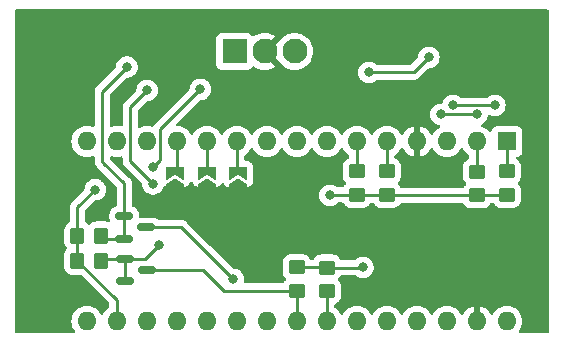
<source format=gbr>
%TF.GenerationSoftware,KiCad,Pcbnew,6.0.2+dfsg-1*%
%TF.CreationDate,2023-02-05T14:32:18-05:00*%
%TF.ProjectId,lin-master,6c696e2d-6d61-4737-9465-722e6b696361,1.0*%
%TF.SameCoordinates,Original*%
%TF.FileFunction,Copper,L2,Bot*%
%TF.FilePolarity,Positive*%
%FSLAX46Y46*%
G04 Gerber Fmt 4.6, Leading zero omitted, Abs format (unit mm)*
G04 Created by KiCad (PCBNEW 6.0.2+dfsg-1) date 2023-02-05 14:32:18*
%MOMM*%
%LPD*%
G01*
G04 APERTURE LIST*
G04 Aperture macros list*
%AMRoundRect*
0 Rectangle with rounded corners*
0 $1 Rounding radius*
0 $2 $3 $4 $5 $6 $7 $8 $9 X,Y pos of 4 corners*
0 Add a 4 corners polygon primitive as box body*
4,1,4,$2,$3,$4,$5,$6,$7,$8,$9,$2,$3,0*
0 Add four circle primitives for the rounded corners*
1,1,$1+$1,$2,$3*
1,1,$1+$1,$4,$5*
1,1,$1+$1,$6,$7*
1,1,$1+$1,$8,$9*
0 Add four rect primitives between the rounded corners*
20,1,$1+$1,$2,$3,$4,$5,0*
20,1,$1+$1,$4,$5,$6,$7,0*
20,1,$1+$1,$6,$7,$8,$9,0*
20,1,$1+$1,$8,$9,$2,$3,0*%
%AMFreePoly0*
4,1,6,1.000000,0.000000,0.500000,-0.750000,-0.500000,-0.750000,-0.500000,0.750000,0.500000,0.750000,1.000000,0.000000,1.000000,0.000000,$1*%
%AMFreePoly1*
4,1,6,0.500000,-0.750000,-0.650000,-0.750000,-0.150000,0.000000,-0.650000,0.750000,0.500000,0.750000,0.500000,-0.750000,0.500000,-0.750000,$1*%
G04 Aperture macros list end*
%TA.AperFunction,SMDPad,CuDef*%
%ADD10RoundRect,0.250000X-0.350000X-0.450000X0.350000X-0.450000X0.350000X0.450000X-0.350000X0.450000X0*%
%TD*%
%TA.AperFunction,SMDPad,CuDef*%
%ADD11RoundRect,0.150000X-0.587500X-0.150000X0.587500X-0.150000X0.587500X0.150000X-0.587500X0.150000X0*%
%TD*%
%TA.AperFunction,SMDPad,CuDef*%
%ADD12FreePoly0,90.000000*%
%TD*%
%TA.AperFunction,SMDPad,CuDef*%
%ADD13FreePoly1,90.000000*%
%TD*%
%TA.AperFunction,ComponentPad*%
%ADD14R,2.100000X2.100000*%
%TD*%
%TA.AperFunction,ComponentPad*%
%ADD15C,2.100000*%
%TD*%
%TA.AperFunction,ComponentPad*%
%ADD16R,1.600000X1.600000*%
%TD*%
%TA.AperFunction,ComponentPad*%
%ADD17O,1.600000X1.600000*%
%TD*%
%TA.AperFunction,SMDPad,CuDef*%
%ADD18RoundRect,0.250000X0.450000X-0.350000X0.450000X0.350000X-0.450000X0.350000X-0.450000X-0.350000X0*%
%TD*%
%TA.AperFunction,SMDPad,CuDef*%
%ADD19RoundRect,0.250000X-0.450000X0.350000X-0.450000X-0.350000X0.450000X-0.350000X0.450000X0.350000X0*%
%TD*%
%TA.AperFunction,ViaPad*%
%ADD20C,0.800000*%
%TD*%
%TA.AperFunction,Conductor*%
%ADD21C,0.250000*%
%TD*%
G04 APERTURE END LIST*
D10*
%TO.P,R12,1*%
%TO.N,+3V3*%
X107400000Y-94100000D03*
%TO.P,R12,2*%
%TO.N,SCL3V*%
X109400000Y-94100000D03*
%TD*%
%TO.P,R11,1*%
%TO.N,+3V3*%
X107400000Y-96200000D03*
%TO.P,R11,2*%
%TO.N,SDA3V*%
X109400000Y-96200000D03*
%TD*%
D11*
%TO.P,Q2,1,G*%
%TO.N,SDA3V*%
X111425000Y-97950000D03*
%TO.P,Q2,2,S*%
X111425000Y-96050000D03*
%TO.P,Q2,3,D*%
%TO.N,SDA5V*%
X113300000Y-97000000D03*
%TD*%
%TO.P,Q1,1,G*%
%TO.N,SCL3V*%
X111362500Y-94350000D03*
%TO.P,Q1,2,S*%
X111362500Y-92450000D03*
%TO.P,Q1,3,D*%
%TO.N,SCL5V*%
X113237500Y-93400000D03*
%TD*%
D12*
%TO.P,JP3,1,A*%
%TO.N,GND*%
X115700000Y-90225000D03*
D13*
%TO.P,JP3,2,B*%
%TO.N,A2*%
X115700000Y-88775000D03*
%TD*%
D12*
%TO.P,JP2,1,A*%
%TO.N,GND*%
X118400000Y-90225000D03*
D13*
%TO.P,JP2,2,B*%
%TO.N,A1*%
X118400000Y-88775000D03*
%TD*%
D12*
%TO.P,JP1,1,A*%
%TO.N,GND*%
X121000000Y-90250000D03*
D13*
%TO.P,JP1,2,B*%
%TO.N,A0*%
X121000000Y-88800000D03*
%TD*%
D14*
%TO.P,J1,1,Pin_1*%
%TO.N,+12V*%
X120707500Y-78486000D03*
D15*
%TO.P,J1,2,Pin_2*%
%TO.N,GND*%
X123247500Y-78486000D03*
%TO.P,J1,3,Pin_3*%
%TO.N,LIN*%
X125787500Y-78486000D03*
%TD*%
D16*
%TO.P,U1,1,D1/TX*%
%TO.N,TXD*%
X143764000Y-86106000D03*
D17*
%TO.P,U1,2,D0/RX*%
%TO.N,RXD*%
X141224000Y-86106000D03*
%TO.P,U1,3,~{RESET}*%
%TO.N,unconnected-(U1-Pad3)*%
X138684000Y-86106000D03*
%TO.P,U1,4,GND*%
%TO.N,GND*%
X136144000Y-86106000D03*
%TO.P,U1,5,D2*%
%TO.N,~{LIN_SLP}*%
X133604000Y-86106000D03*
%TO.P,U1,6,D3*%
%TO.N,~{LIN_WAKE}*%
X131064000Y-86106000D03*
%TO.P,U1,7,D4*%
%TO.N,unconnected-(U1-Pad7)*%
X128524000Y-86106000D03*
%TO.P,U1,8,D5*%
%TO.N,unconnected-(U1-Pad8)*%
X125984000Y-86106000D03*
%TO.P,U1,9,D6*%
%TO.N,unconnected-(U1-Pad9)*%
X123444000Y-86106000D03*
%TO.P,U1,10,D7*%
%TO.N,A0*%
X120904000Y-86106000D03*
%TO.P,U1,11,D8*%
%TO.N,A1*%
X118364000Y-86106000D03*
%TO.P,U1,12,D9*%
%TO.N,A2*%
X115824000Y-86106000D03*
%TO.P,U1,13,D10*%
%TO.N,unconnected-(U1-Pad13)*%
X113284000Y-86106000D03*
%TO.P,U1,14,D11*%
%TO.N,unconnected-(U1-Pad14)*%
X110744000Y-86106000D03*
%TO.P,U1,15,D12*%
%TO.N,unconnected-(U1-Pad15)*%
X108204000Y-86106000D03*
%TO.P,U1,16,D13*%
%TO.N,unconnected-(U1-Pad16)*%
X108204000Y-101346000D03*
%TO.P,U1,17,3V3*%
%TO.N,+3V3*%
X110744000Y-101346000D03*
%TO.P,U1,18,AREF*%
%TO.N,unconnected-(U1-Pad18)*%
X113284000Y-101346000D03*
%TO.P,U1,19,A0*%
%TO.N,unconnected-(U1-Pad19)*%
X115824000Y-101346000D03*
%TO.P,U1,20,A1*%
%TO.N,unconnected-(U1-Pad20)*%
X118364000Y-101346000D03*
%TO.P,U1,21,A2*%
%TO.N,unconnected-(U1-Pad21)*%
X120904000Y-101346000D03*
%TO.P,U1,22,A3*%
%TO.N,unconnected-(U1-Pad22)*%
X123444000Y-101346000D03*
%TO.P,U1,23,A4*%
%TO.N,SDA5V*%
X125984000Y-101346000D03*
%TO.P,U1,24,A5*%
%TO.N,SCL5V*%
X128524000Y-101346000D03*
%TO.P,U1,25,A6*%
%TO.N,unconnected-(U1-Pad25)*%
X131064000Y-101346000D03*
%TO.P,U1,26,A7*%
%TO.N,unconnected-(U1-Pad26)*%
X133604000Y-101346000D03*
%TO.P,U1,27,+5V*%
%TO.N,+5V*%
X136144000Y-101346000D03*
%TO.P,U1,28,~{RESET}*%
%TO.N,unconnected-(U1-Pad28)*%
X138684000Y-101346000D03*
%TO.P,U1,29,GND*%
%TO.N,GND*%
X141224000Y-101346000D03*
%TO.P,U1,30,VIN*%
%TO.N,+12V*%
X143764000Y-101346000D03*
%TD*%
D18*
%TO.P,R1,1*%
%TO.N,+5V*%
X141224000Y-90678000D03*
%TO.P,R1,2*%
%TO.N,RXD*%
X141224000Y-88678000D03*
%TD*%
%TO.P,R4,1*%
%TO.N,+5V*%
X131064000Y-90646000D03*
%TO.P,R4,2*%
%TO.N,~{LIN_WAKE}*%
X131064000Y-88646000D03*
%TD*%
D19*
%TO.P,R6,1*%
%TO.N,+5V*%
X128524000Y-96790000D03*
%TO.P,R6,2*%
%TO.N,SCL5V*%
X128524000Y-98790000D03*
%TD*%
%TO.P,R5,1*%
%TO.N,+5V*%
X125984000Y-96774000D03*
%TO.P,R5,2*%
%TO.N,SDA5V*%
X125984000Y-98774000D03*
%TD*%
D18*
%TO.P,R3,1*%
%TO.N,+5V*%
X133604000Y-90646000D03*
%TO.P,R3,2*%
%TO.N,~{LIN_SLP}*%
X133604000Y-88646000D03*
%TD*%
%TO.P,R2,1*%
%TO.N,+5V*%
X143764000Y-90646000D03*
%TO.P,R2,2*%
%TO.N,TXD*%
X143764000Y-88646000D03*
%TD*%
D20*
%TO.N,+3V3*%
X108900000Y-90200000D03*
X117800000Y-81700000D03*
X113800000Y-88300000D03*
%TO.N,SDA3V*%
X113300000Y-81800000D03*
X114300000Y-94900000D03*
X113800000Y-89700000D03*
%TO.N,SCL3V*%
X111600000Y-79800000D03*
%TO.N,SCL5V*%
X120600000Y-97800000D03*
%TO.N,LIN*%
X137160000Y-78994000D03*
X132080000Y-80264000D03*
%TO.N,GND*%
X116078000Y-78232000D03*
X143764000Y-77978000D03*
X130302000Y-82042000D03*
%TO.N,+5V*%
X131572000Y-96774000D03*
X128778000Y-90678000D03*
%TO.N,~{LIN_SLP}*%
X138176000Y-83820000D03*
X141224000Y-83820000D03*
%TO.N,~{LIN_WAKE}*%
X142748000Y-83058000D03*
X139192000Y-83058000D03*
%TD*%
D21*
%TO.N,SDA3V*%
X111425000Y-96050000D02*
X109550000Y-96050000D01*
X109550000Y-96050000D02*
X109400000Y-96200000D01*
%TO.N,SCL3V*%
X111362500Y-94350000D02*
X109650000Y-94350000D01*
X109650000Y-94350000D02*
X109400000Y-94100000D01*
%TO.N,+3V3*%
X107400000Y-91700000D02*
X108900000Y-90200000D01*
X107400000Y-94100000D02*
X107400000Y-91700000D01*
X107400000Y-96200000D02*
X107400000Y-94100000D01*
X107400000Y-96200000D02*
X110744000Y-99544000D01*
X110744000Y-99544000D02*
X110744000Y-101346000D01*
X114408511Y-87691489D02*
X113800000Y-88300000D01*
X114408511Y-85091489D02*
X114408511Y-87691489D01*
X117800000Y-81700000D02*
X114408511Y-85091489D01*
%TO.N,SDA3V*%
X111868511Y-87768511D02*
X111868511Y-83231489D01*
X113800000Y-89700000D02*
X111868511Y-87768511D01*
X111868511Y-83231489D02*
X113300000Y-81800000D01*
X113150000Y-96050000D02*
X114300000Y-94900000D01*
X111425000Y-96050000D02*
X113150000Y-96050000D01*
X111425000Y-97950000D02*
X111425000Y-96050000D01*
%TO.N,SCL3V*%
X109500000Y-81900000D02*
X111600000Y-79800000D01*
X109500000Y-84100000D02*
X109500000Y-81900000D01*
X111362500Y-89662500D02*
X109600000Y-87900000D01*
X111362500Y-92450000D02*
X111362500Y-89662500D01*
X109600000Y-87900000D02*
X109500000Y-87800000D01*
X109500000Y-87800000D02*
X109500000Y-84100000D01*
X111362500Y-92450000D02*
X111362500Y-92337500D01*
X111362500Y-92337500D02*
X111500000Y-92200000D01*
X111362500Y-94350000D02*
X111362500Y-92450000D01*
%TO.N,SCL5V*%
X113237500Y-93400000D02*
X116200000Y-93400000D01*
X116200000Y-93400000D02*
X120600000Y-97800000D01*
%TO.N,SDA5V*%
X113300000Y-97000000D02*
X118000000Y-97000000D01*
X118000000Y-97000000D02*
X119774000Y-98774000D01*
X119774000Y-98774000D02*
X125984000Y-98774000D01*
%TO.N,A0*%
X121000000Y-88800000D02*
X120904000Y-88704000D01*
X120904000Y-88704000D02*
X120904000Y-86106000D01*
%TO.N,A1*%
X118400000Y-88775000D02*
X118364000Y-88739000D01*
X118364000Y-88739000D02*
X118364000Y-86106000D01*
%TO.N,A2*%
X115700000Y-88775000D02*
X115824000Y-88651000D01*
X115824000Y-88651000D02*
X115824000Y-86106000D01*
%TO.N,LIN*%
X137160000Y-78994000D02*
X135890000Y-80264000D01*
X135890000Y-80264000D02*
X132080000Y-80264000D01*
%TO.N,SCL5V*%
X128524000Y-98790000D02*
X128524000Y-101346000D01*
%TO.N,SDA5V*%
X125984000Y-98774000D02*
X125984000Y-101346000D01*
%TO.N,+5V*%
X143764000Y-90646000D02*
X141256000Y-90646000D01*
X125984000Y-96774000D02*
X128508000Y-96774000D01*
X131556000Y-96790000D02*
X131572000Y-96774000D01*
X128524000Y-96790000D02*
X131556000Y-96790000D01*
X137160000Y-90678000D02*
X133636000Y-90678000D01*
X128810000Y-90646000D02*
X128778000Y-90678000D01*
X141256000Y-90646000D02*
X141224000Y-90678000D01*
X128508000Y-96774000D02*
X128524000Y-96790000D01*
X133636000Y-90678000D02*
X133604000Y-90646000D01*
X131064000Y-90646000D02*
X128810000Y-90646000D01*
X133604000Y-90646000D02*
X131064000Y-90646000D01*
X141224000Y-90678000D02*
X137160000Y-90678000D01*
%TO.N,RXD*%
X141224000Y-88678000D02*
X141224000Y-86106000D01*
%TO.N,TXD*%
X143764000Y-88646000D02*
X143764000Y-86106000D01*
%TO.N,~{LIN_SLP}*%
X133604000Y-88646000D02*
X133604000Y-86106000D01*
X138176000Y-83820000D02*
X141224000Y-83820000D01*
%TO.N,~{LIN_WAKE}*%
X131064000Y-88646000D02*
X131064000Y-86106000D01*
X139192000Y-83058000D02*
X142748000Y-83058000D01*
%TD*%
%TA.AperFunction,Conductor*%
%TO.N,GND*%
G36*
X147262121Y-74950002D02*
G01*
X147308614Y-75003658D01*
X147320000Y-75056000D01*
X147320000Y-102236000D01*
X147299998Y-102304121D01*
X147246342Y-102350614D01*
X147194000Y-102362000D01*
X144892016Y-102362000D01*
X144823895Y-102341998D01*
X144777402Y-102288342D01*
X144767298Y-102218068D01*
X144788803Y-102163729D01*
X144898366Y-102007257D01*
X144901523Y-102002749D01*
X144903846Y-101997767D01*
X144903849Y-101997762D01*
X144995961Y-101800225D01*
X144995961Y-101800224D01*
X144998284Y-101795243D01*
X145053651Y-101588614D01*
X145056119Y-101579402D01*
X145056119Y-101579400D01*
X145057543Y-101574087D01*
X145077498Y-101346000D01*
X145057543Y-101117913D01*
X144998284Y-100896757D01*
X144903966Y-100694489D01*
X144903849Y-100694238D01*
X144903846Y-100694233D01*
X144901523Y-100689251D01*
X144770198Y-100501700D01*
X144608300Y-100339802D01*
X144603792Y-100336645D01*
X144603789Y-100336643D01*
X144451228Y-100229819D01*
X144420749Y-100208477D01*
X144415767Y-100206154D01*
X144415762Y-100206151D01*
X144218225Y-100114039D01*
X144218224Y-100114039D01*
X144213243Y-100111716D01*
X144207935Y-100110294D01*
X144207933Y-100110293D01*
X143997402Y-100053881D01*
X143997400Y-100053881D01*
X143992087Y-100052457D01*
X143764000Y-100032502D01*
X143535913Y-100052457D01*
X143530600Y-100053881D01*
X143530598Y-100053881D01*
X143320067Y-100110293D01*
X143320065Y-100110294D01*
X143314757Y-100111716D01*
X143309776Y-100114039D01*
X143309775Y-100114039D01*
X143112238Y-100206151D01*
X143112233Y-100206154D01*
X143107251Y-100208477D01*
X143076772Y-100229819D01*
X142924211Y-100336643D01*
X142924208Y-100336645D01*
X142919700Y-100339802D01*
X142757802Y-100501700D01*
X142626477Y-100689251D01*
X142624154Y-100694233D01*
X142624151Y-100694238D01*
X142607919Y-100729049D01*
X142561002Y-100782334D01*
X142492725Y-100801795D01*
X142424765Y-100781253D01*
X142379529Y-100729049D01*
X142363414Y-100694489D01*
X142357931Y-100684993D01*
X142232972Y-100506533D01*
X142225916Y-100498125D01*
X142071875Y-100344084D01*
X142063467Y-100337028D01*
X141885007Y-100212069D01*
X141875511Y-100206586D01*
X141678053Y-100114510D01*
X141667761Y-100110764D01*
X141495497Y-100064606D01*
X141481401Y-100064942D01*
X141478000Y-100072884D01*
X141478000Y-101474000D01*
X141457998Y-101542121D01*
X141404342Y-101588614D01*
X141352000Y-101600000D01*
X141096000Y-101600000D01*
X141027879Y-101579998D01*
X140981386Y-101526342D01*
X140970000Y-101474000D01*
X140970000Y-100078033D01*
X140966027Y-100064502D01*
X140957478Y-100063273D01*
X140780239Y-100110764D01*
X140769947Y-100114510D01*
X140572489Y-100206586D01*
X140562993Y-100212069D01*
X140384533Y-100337028D01*
X140376125Y-100344084D01*
X140222084Y-100498125D01*
X140215028Y-100506533D01*
X140090069Y-100684993D01*
X140084586Y-100694489D01*
X140068471Y-100729049D01*
X140021554Y-100782334D01*
X139953277Y-100801795D01*
X139885317Y-100781253D01*
X139840081Y-100729049D01*
X139823849Y-100694238D01*
X139823846Y-100694233D01*
X139821523Y-100689251D01*
X139690198Y-100501700D01*
X139528300Y-100339802D01*
X139523792Y-100336645D01*
X139523789Y-100336643D01*
X139371228Y-100229819D01*
X139340749Y-100208477D01*
X139335767Y-100206154D01*
X139335762Y-100206151D01*
X139138225Y-100114039D01*
X139138224Y-100114039D01*
X139133243Y-100111716D01*
X139127935Y-100110294D01*
X139127933Y-100110293D01*
X138917402Y-100053881D01*
X138917400Y-100053881D01*
X138912087Y-100052457D01*
X138684000Y-100032502D01*
X138455913Y-100052457D01*
X138450600Y-100053881D01*
X138450598Y-100053881D01*
X138240067Y-100110293D01*
X138240065Y-100110294D01*
X138234757Y-100111716D01*
X138229776Y-100114039D01*
X138229775Y-100114039D01*
X138032238Y-100206151D01*
X138032233Y-100206154D01*
X138027251Y-100208477D01*
X137996772Y-100229819D01*
X137844211Y-100336643D01*
X137844208Y-100336645D01*
X137839700Y-100339802D01*
X137677802Y-100501700D01*
X137546477Y-100689251D01*
X137544154Y-100694233D01*
X137544151Y-100694238D01*
X137528195Y-100728457D01*
X137481278Y-100781742D01*
X137413001Y-100801203D01*
X137345041Y-100780661D01*
X137299805Y-100728457D01*
X137283849Y-100694238D01*
X137283846Y-100694233D01*
X137281523Y-100689251D01*
X137150198Y-100501700D01*
X136988300Y-100339802D01*
X136983792Y-100336645D01*
X136983789Y-100336643D01*
X136831228Y-100229819D01*
X136800749Y-100208477D01*
X136795767Y-100206154D01*
X136795762Y-100206151D01*
X136598225Y-100114039D01*
X136598224Y-100114039D01*
X136593243Y-100111716D01*
X136587935Y-100110294D01*
X136587933Y-100110293D01*
X136377402Y-100053881D01*
X136377400Y-100053881D01*
X136372087Y-100052457D01*
X136144000Y-100032502D01*
X135915913Y-100052457D01*
X135910600Y-100053881D01*
X135910598Y-100053881D01*
X135700067Y-100110293D01*
X135700065Y-100110294D01*
X135694757Y-100111716D01*
X135689776Y-100114039D01*
X135689775Y-100114039D01*
X135492238Y-100206151D01*
X135492233Y-100206154D01*
X135487251Y-100208477D01*
X135456772Y-100229819D01*
X135304211Y-100336643D01*
X135304208Y-100336645D01*
X135299700Y-100339802D01*
X135137802Y-100501700D01*
X135006477Y-100689251D01*
X135004154Y-100694233D01*
X135004151Y-100694238D01*
X134988195Y-100728457D01*
X134941278Y-100781742D01*
X134873001Y-100801203D01*
X134805041Y-100780661D01*
X134759805Y-100728457D01*
X134743849Y-100694238D01*
X134743846Y-100694233D01*
X134741523Y-100689251D01*
X134610198Y-100501700D01*
X134448300Y-100339802D01*
X134443792Y-100336645D01*
X134443789Y-100336643D01*
X134291228Y-100229819D01*
X134260749Y-100208477D01*
X134255767Y-100206154D01*
X134255762Y-100206151D01*
X134058225Y-100114039D01*
X134058224Y-100114039D01*
X134053243Y-100111716D01*
X134047935Y-100110294D01*
X134047933Y-100110293D01*
X133837402Y-100053881D01*
X133837400Y-100053881D01*
X133832087Y-100052457D01*
X133604000Y-100032502D01*
X133375913Y-100052457D01*
X133370600Y-100053881D01*
X133370598Y-100053881D01*
X133160067Y-100110293D01*
X133160065Y-100110294D01*
X133154757Y-100111716D01*
X133149776Y-100114039D01*
X133149775Y-100114039D01*
X132952238Y-100206151D01*
X132952233Y-100206154D01*
X132947251Y-100208477D01*
X132916772Y-100229819D01*
X132764211Y-100336643D01*
X132764208Y-100336645D01*
X132759700Y-100339802D01*
X132597802Y-100501700D01*
X132466477Y-100689251D01*
X132464154Y-100694233D01*
X132464151Y-100694238D01*
X132448195Y-100728457D01*
X132401278Y-100781742D01*
X132333001Y-100801203D01*
X132265041Y-100780661D01*
X132219805Y-100728457D01*
X132203849Y-100694238D01*
X132203846Y-100694233D01*
X132201523Y-100689251D01*
X132070198Y-100501700D01*
X131908300Y-100339802D01*
X131903792Y-100336645D01*
X131903789Y-100336643D01*
X131751228Y-100229819D01*
X131720749Y-100208477D01*
X131715767Y-100206154D01*
X131715762Y-100206151D01*
X131518225Y-100114039D01*
X131518224Y-100114039D01*
X131513243Y-100111716D01*
X131507935Y-100110294D01*
X131507933Y-100110293D01*
X131297402Y-100053881D01*
X131297400Y-100053881D01*
X131292087Y-100052457D01*
X131064000Y-100032502D01*
X130835913Y-100052457D01*
X130830600Y-100053881D01*
X130830598Y-100053881D01*
X130620067Y-100110293D01*
X130620065Y-100110294D01*
X130614757Y-100111716D01*
X130609776Y-100114039D01*
X130609775Y-100114039D01*
X130412238Y-100206151D01*
X130412233Y-100206154D01*
X130407251Y-100208477D01*
X130376772Y-100229819D01*
X130224211Y-100336643D01*
X130224208Y-100336645D01*
X130219700Y-100339802D01*
X130057802Y-100501700D01*
X129926477Y-100689251D01*
X129924154Y-100694233D01*
X129924151Y-100694238D01*
X129908195Y-100728457D01*
X129861278Y-100781742D01*
X129793001Y-100801203D01*
X129725041Y-100780661D01*
X129679805Y-100728457D01*
X129663849Y-100694238D01*
X129663846Y-100694233D01*
X129661523Y-100689251D01*
X129530198Y-100501700D01*
X129368300Y-100339802D01*
X129363792Y-100336645D01*
X129363789Y-100336643D01*
X129211229Y-100229819D01*
X129166901Y-100174362D01*
X129157500Y-100126606D01*
X129157500Y-99969197D01*
X129177502Y-99901076D01*
X129231158Y-99854583D01*
X129243623Y-99849674D01*
X129291002Y-99833867D01*
X129291004Y-99833866D01*
X129297946Y-99831550D01*
X129320058Y-99817867D01*
X129442120Y-99742332D01*
X129448348Y-99738478D01*
X129573305Y-99613303D01*
X129577146Y-99607072D01*
X129662275Y-99468968D01*
X129662276Y-99468966D01*
X129666115Y-99462738D01*
X129706436Y-99341174D01*
X129719632Y-99301389D01*
X129719632Y-99301387D01*
X129721797Y-99294861D01*
X129723437Y-99278861D01*
X129728684Y-99227643D01*
X129732500Y-99190400D01*
X129732500Y-98389600D01*
X129730511Y-98370427D01*
X129722238Y-98290692D01*
X129722237Y-98290688D01*
X129721526Y-98283834D01*
X129665550Y-98116054D01*
X129572478Y-97965652D01*
X129485891Y-97879216D01*
X129451812Y-97816934D01*
X129456815Y-97746114D01*
X129485736Y-97701025D01*
X129568134Y-97618483D01*
X129573305Y-97613303D01*
X129577146Y-97607072D01*
X129653389Y-97483384D01*
X129706162Y-97435890D01*
X129760649Y-97423500D01*
X130880797Y-97423500D01*
X130948918Y-97443502D01*
X130959790Y-97451804D01*
X130960747Y-97452866D01*
X131115248Y-97565118D01*
X131121276Y-97567802D01*
X131121278Y-97567803D01*
X131283681Y-97640109D01*
X131289712Y-97642794D01*
X131383113Y-97662647D01*
X131470056Y-97681128D01*
X131470061Y-97681128D01*
X131476513Y-97682500D01*
X131667487Y-97682500D01*
X131673939Y-97681128D01*
X131673944Y-97681128D01*
X131760887Y-97662647D01*
X131854288Y-97642794D01*
X131860319Y-97640109D01*
X132022722Y-97567803D01*
X132022724Y-97567802D01*
X132028752Y-97565118D01*
X132183253Y-97452866D01*
X132200934Y-97433229D01*
X132306621Y-97315852D01*
X132306622Y-97315851D01*
X132311040Y-97310944D01*
X132381651Y-97188642D01*
X132403223Y-97151279D01*
X132403224Y-97151278D01*
X132406527Y-97145556D01*
X132465542Y-96963928D01*
X132469126Y-96929834D01*
X132484814Y-96780565D01*
X132485504Y-96774000D01*
X132478110Y-96703650D01*
X132466232Y-96590635D01*
X132466232Y-96590633D01*
X132465542Y-96584072D01*
X132406527Y-96402444D01*
X132374227Y-96346498D01*
X132338339Y-96284340D01*
X132311040Y-96237056D01*
X132273564Y-96195434D01*
X132187675Y-96100045D01*
X132187674Y-96100044D01*
X132183253Y-96095134D01*
X132028752Y-95982882D01*
X132022724Y-95980198D01*
X132022722Y-95980197D01*
X131860319Y-95907891D01*
X131860318Y-95907891D01*
X131854288Y-95905206D01*
X131760888Y-95885353D01*
X131673944Y-95866872D01*
X131673939Y-95866872D01*
X131667487Y-95865500D01*
X131476513Y-95865500D01*
X131470061Y-95866872D01*
X131470056Y-95866872D01*
X131383112Y-95885353D01*
X131289712Y-95905206D01*
X131283682Y-95907891D01*
X131283681Y-95907891D01*
X131121278Y-95980197D01*
X131121276Y-95980198D01*
X131115248Y-95982882D01*
X130960747Y-96095134D01*
X130943029Y-96114812D01*
X130882586Y-96152050D01*
X130849395Y-96156500D01*
X129760781Y-96156500D01*
X129692660Y-96136498D01*
X129653637Y-96096803D01*
X129631256Y-96060635D01*
X129572478Y-95965652D01*
X129447303Y-95840695D01*
X129422688Y-95825522D01*
X129302968Y-95751725D01*
X129302966Y-95751724D01*
X129296738Y-95747885D01*
X129216995Y-95721436D01*
X129135389Y-95694368D01*
X129135387Y-95694368D01*
X129128861Y-95692203D01*
X129122025Y-95691503D01*
X129122022Y-95691502D01*
X129078969Y-95687091D01*
X129024400Y-95681500D01*
X128023600Y-95681500D01*
X128020354Y-95681837D01*
X128020350Y-95681837D01*
X127924692Y-95691762D01*
X127924688Y-95691763D01*
X127917834Y-95692474D01*
X127911298Y-95694655D01*
X127911296Y-95694655D01*
X127799705Y-95731885D01*
X127750054Y-95748450D01*
X127599652Y-95841522D01*
X127474695Y-95966697D01*
X127470855Y-95972927D01*
X127470854Y-95972928D01*
X127404474Y-96080616D01*
X127351702Y-96128109D01*
X127297214Y-96140500D01*
X127220781Y-96140500D01*
X127152660Y-96120498D01*
X127113637Y-96080803D01*
X127036332Y-95955880D01*
X127032478Y-95949652D01*
X126907303Y-95824695D01*
X126818841Y-95770166D01*
X126762968Y-95735725D01*
X126762966Y-95735724D01*
X126756738Y-95731885D01*
X126659401Y-95699600D01*
X126595389Y-95678368D01*
X126595387Y-95678368D01*
X126588861Y-95676203D01*
X126582025Y-95675503D01*
X126582022Y-95675502D01*
X126538969Y-95671091D01*
X126484400Y-95665500D01*
X125483600Y-95665500D01*
X125480354Y-95665837D01*
X125480350Y-95665837D01*
X125384692Y-95675762D01*
X125384688Y-95675763D01*
X125377834Y-95676474D01*
X125371298Y-95678655D01*
X125371296Y-95678655D01*
X125239194Y-95722728D01*
X125210054Y-95732450D01*
X125059652Y-95825522D01*
X124934695Y-95950697D01*
X124930855Y-95956927D01*
X124930854Y-95956928D01*
X124912464Y-95986763D01*
X124841885Y-96101262D01*
X124786203Y-96269139D01*
X124785503Y-96275975D01*
X124785502Y-96275978D01*
X124781091Y-96319031D01*
X124775500Y-96373600D01*
X124775500Y-97174400D01*
X124775837Y-97177646D01*
X124775837Y-97177650D01*
X124784699Y-97263056D01*
X124786474Y-97280166D01*
X124788655Y-97286702D01*
X124788655Y-97286704D01*
X124825719Y-97397797D01*
X124842450Y-97447946D01*
X124935522Y-97598348D01*
X124940704Y-97603521D01*
X124944261Y-97607072D01*
X125018447Y-97681128D01*
X125022109Y-97684784D01*
X125056188Y-97747066D01*
X125051185Y-97817886D01*
X125022264Y-97862975D01*
X124991773Y-97893519D01*
X124934695Y-97950697D01*
X124930855Y-97956927D01*
X124930854Y-97956928D01*
X124854611Y-98080616D01*
X124801838Y-98128110D01*
X124747351Y-98140500D01*
X121616428Y-98140500D01*
X121548307Y-98120498D01*
X121501814Y-98066842D01*
X121491710Y-97996568D01*
X121492104Y-97994352D01*
X121493542Y-97989928D01*
X121496094Y-97965652D01*
X121512814Y-97806565D01*
X121513504Y-97800000D01*
X121508786Y-97755108D01*
X121494232Y-97616635D01*
X121494232Y-97616633D01*
X121493542Y-97610072D01*
X121434527Y-97428444D01*
X121429589Y-97419890D01*
X121348918Y-97280166D01*
X121339040Y-97263056D01*
X121272038Y-97188642D01*
X121215675Y-97126045D01*
X121215674Y-97126044D01*
X121211253Y-97121134D01*
X121056752Y-97008882D01*
X121050724Y-97006198D01*
X121050722Y-97006197D01*
X120888319Y-96933891D01*
X120888318Y-96933891D01*
X120882288Y-96931206D01*
X120788887Y-96911353D01*
X120701944Y-96892872D01*
X120701939Y-96892872D01*
X120695487Y-96891500D01*
X120639594Y-96891500D01*
X120571473Y-96871498D01*
X120550499Y-96854595D01*
X118636980Y-94941075D01*
X116703652Y-93007747D01*
X116696112Y-92999461D01*
X116692000Y-92992982D01*
X116642348Y-92946356D01*
X116639507Y-92943602D01*
X116619770Y-92923865D01*
X116616573Y-92921385D01*
X116607551Y-92913680D01*
X116594583Y-92901502D01*
X116575321Y-92883414D01*
X116568375Y-92879595D01*
X116568372Y-92879593D01*
X116557566Y-92873652D01*
X116541047Y-92862801D01*
X116540583Y-92862441D01*
X116525041Y-92850386D01*
X116517772Y-92847241D01*
X116517768Y-92847238D01*
X116484463Y-92832826D01*
X116473813Y-92827609D01*
X116435060Y-92806305D01*
X116415437Y-92801267D01*
X116396734Y-92794863D01*
X116385420Y-92789967D01*
X116385419Y-92789967D01*
X116378145Y-92786819D01*
X116370322Y-92785580D01*
X116370312Y-92785577D01*
X116334476Y-92779901D01*
X116322856Y-92777495D01*
X116287711Y-92768472D01*
X116287710Y-92768472D01*
X116280030Y-92766500D01*
X116259776Y-92766500D01*
X116240065Y-92764949D01*
X116227886Y-92763020D01*
X116220057Y-92761780D01*
X116212165Y-92762526D01*
X116176039Y-92765941D01*
X116164181Y-92766500D01*
X114324950Y-92766500D01*
X114256829Y-92746498D01*
X114243729Y-92735941D01*
X114243675Y-92736011D01*
X114237415Y-92731155D01*
X114231807Y-92725547D01*
X114224983Y-92721511D01*
X114224980Y-92721509D01*
X114095427Y-92644892D01*
X114095428Y-92644892D01*
X114088601Y-92640855D01*
X114080990Y-92638644D01*
X114080988Y-92638643D01*
X114028769Y-92623472D01*
X113928831Y-92594438D01*
X113922426Y-92593934D01*
X113922421Y-92593933D01*
X113893958Y-92591693D01*
X113893950Y-92591693D01*
X113891502Y-92591500D01*
X112734500Y-92591500D01*
X112666379Y-92571498D01*
X112619886Y-92517842D01*
X112608500Y-92465500D01*
X112608500Y-92233498D01*
X112605562Y-92196169D01*
X112559145Y-92036399D01*
X112542107Y-92007589D01*
X112478491Y-91900020D01*
X112478489Y-91900017D01*
X112474453Y-91893193D01*
X112356807Y-91775547D01*
X112349983Y-91771511D01*
X112349980Y-91771509D01*
X112220427Y-91694892D01*
X112220428Y-91694892D01*
X112213601Y-91690855D01*
X112205991Y-91688644D01*
X112205986Y-91688642D01*
X112086848Y-91654030D01*
X112027012Y-91615817D01*
X111997334Y-91551321D01*
X111996000Y-91533033D01*
X111996000Y-89741263D01*
X111996527Y-89730079D01*
X111998201Y-89722591D01*
X111996062Y-89654532D01*
X111996000Y-89650575D01*
X111996000Y-89622644D01*
X111995494Y-89618638D01*
X111994561Y-89606792D01*
X111993835Y-89583667D01*
X111993173Y-89562610D01*
X111987522Y-89543158D01*
X111983514Y-89523806D01*
X111981968Y-89511568D01*
X111981967Y-89511566D01*
X111980974Y-89503703D01*
X111964694Y-89462586D01*
X111960859Y-89451385D01*
X111948518Y-89408906D01*
X111944485Y-89402087D01*
X111944483Y-89402082D01*
X111938207Y-89391471D01*
X111929510Y-89373721D01*
X111922052Y-89354883D01*
X111896071Y-89319123D01*
X111889553Y-89309201D01*
X111871078Y-89277960D01*
X111871074Y-89277955D01*
X111867042Y-89271137D01*
X111852718Y-89256813D01*
X111839876Y-89241778D01*
X111827972Y-89225393D01*
X111793906Y-89197211D01*
X111785127Y-89189222D01*
X110170405Y-87574500D01*
X110136379Y-87512188D01*
X110133500Y-87485405D01*
X110133500Y-87461028D01*
X110153502Y-87392907D01*
X110207158Y-87346414D01*
X110277432Y-87336310D01*
X110294663Y-87340636D01*
X110294757Y-87340284D01*
X110510598Y-87398119D01*
X110510600Y-87398119D01*
X110515913Y-87399543D01*
X110744000Y-87419498D01*
X110972087Y-87399543D01*
X111076401Y-87371592D01*
X111147376Y-87373282D01*
X111206172Y-87413076D01*
X111234120Y-87478340D01*
X111235011Y-87493299D01*
X111235011Y-87689744D01*
X111234484Y-87700927D01*
X111232809Y-87708420D01*
X111233058Y-87716346D01*
X111233058Y-87716347D01*
X111234949Y-87776497D01*
X111235011Y-87780456D01*
X111235011Y-87808367D01*
X111235508Y-87812301D01*
X111235508Y-87812302D01*
X111235516Y-87812367D01*
X111236449Y-87824204D01*
X111237838Y-87868400D01*
X111241754Y-87881878D01*
X111243489Y-87887850D01*
X111247498Y-87907211D01*
X111250037Y-87927308D01*
X111252956Y-87934679D01*
X111252956Y-87934681D01*
X111266315Y-87968423D01*
X111270160Y-87979653D01*
X111275790Y-87999032D01*
X111282493Y-88022104D01*
X111286526Y-88028923D01*
X111286528Y-88028928D01*
X111292804Y-88039539D01*
X111301499Y-88057287D01*
X111308959Y-88076128D01*
X111313621Y-88082544D01*
X111313621Y-88082545D01*
X111334947Y-88111898D01*
X111341463Y-88121818D01*
X111357061Y-88148192D01*
X111363969Y-88159873D01*
X111378290Y-88174194D01*
X111391130Y-88189227D01*
X111403039Y-88205618D01*
X111409145Y-88210669D01*
X111437116Y-88233809D01*
X111445895Y-88241799D01*
X112852878Y-89648783D01*
X112886904Y-89711095D01*
X112889093Y-89724708D01*
X112902892Y-89855995D01*
X112906458Y-89889928D01*
X112965473Y-90071556D01*
X113060960Y-90236944D01*
X113065378Y-90241851D01*
X113065379Y-90241852D01*
X113073811Y-90251217D01*
X113188747Y-90378866D01*
X113287843Y-90450864D01*
X113330415Y-90481794D01*
X113343248Y-90491118D01*
X113349276Y-90493802D01*
X113349278Y-90493803D01*
X113351147Y-90494635D01*
X113517712Y-90568794D01*
X113611112Y-90588647D01*
X113698056Y-90607128D01*
X113698061Y-90607128D01*
X113704513Y-90608500D01*
X113895487Y-90608500D01*
X113901939Y-90607128D01*
X113901944Y-90607128D01*
X113988888Y-90588647D01*
X114082288Y-90568794D01*
X114248853Y-90494635D01*
X114250722Y-90493803D01*
X114250724Y-90493802D01*
X114256752Y-90491118D01*
X114269586Y-90481794D01*
X114312157Y-90450864D01*
X114411253Y-90378866D01*
X114526189Y-90251217D01*
X114534621Y-90241852D01*
X114534622Y-90241851D01*
X114539040Y-90236944D01*
X114634527Y-90071556D01*
X114657538Y-90000736D01*
X114697612Y-89942131D01*
X114763009Y-89914494D01*
X114808355Y-89918006D01*
X114813569Y-89920282D01*
X114822507Y-89921414D01*
X114822510Y-89921415D01*
X114949693Y-89937524D01*
X114949695Y-89937524D01*
X114958632Y-89938656D01*
X115102996Y-89915418D01*
X115207847Y-89865388D01*
X115230905Y-89854386D01*
X115230908Y-89854384D01*
X115234966Y-89852448D01*
X115630108Y-89589020D01*
X115697883Y-89567876D01*
X115769892Y-89589020D01*
X116162938Y-89851051D01*
X116162944Y-89851055D01*
X116165034Y-89852448D01*
X116167234Y-89853673D01*
X116167235Y-89853674D01*
X116230452Y-89888886D01*
X116230454Y-89888887D01*
X116236589Y-89892304D01*
X116243329Y-89894283D01*
X116328471Y-89919283D01*
X116376889Y-89933500D01*
X116523111Y-89933500D01*
X116531755Y-89930962D01*
X116654765Y-89894843D01*
X116654767Y-89894842D01*
X116663411Y-89892304D01*
X116719909Y-89855995D01*
X116778841Y-89818122D01*
X116778844Y-89818120D01*
X116786421Y-89813250D01*
X116792322Y-89806440D01*
X116876274Y-89709555D01*
X116876276Y-89709552D01*
X116882176Y-89702743D01*
X116936556Y-89583667D01*
X116983049Y-89530012D01*
X117051170Y-89510010D01*
X117119291Y-89530012D01*
X117165784Y-89583668D01*
X117171447Y-89598468D01*
X117186348Y-89646233D01*
X117191348Y-89653733D01*
X117191349Y-89653735D01*
X117267457Y-89767897D01*
X117274366Y-89773683D01*
X117369851Y-89853652D01*
X117379558Y-89861782D01*
X117387813Y-89865386D01*
X117387817Y-89865388D01*
X117505308Y-89916676D01*
X117513569Y-89920282D01*
X117522510Y-89921415D01*
X117522512Y-89921415D01*
X117649693Y-89937524D01*
X117649695Y-89937524D01*
X117658632Y-89938656D01*
X117802996Y-89915418D01*
X117907847Y-89865388D01*
X117930905Y-89854386D01*
X117930908Y-89854384D01*
X117934966Y-89852448D01*
X118330108Y-89589020D01*
X118397883Y-89567876D01*
X118469892Y-89589020D01*
X118862938Y-89851051D01*
X118862944Y-89851055D01*
X118865034Y-89852448D01*
X118867234Y-89853673D01*
X118867235Y-89853674D01*
X118930452Y-89888886D01*
X118930454Y-89888887D01*
X118936589Y-89892304D01*
X118943329Y-89894283D01*
X119028471Y-89919283D01*
X119076889Y-89933500D01*
X119223111Y-89933500D01*
X119231755Y-89930962D01*
X119354765Y-89894843D01*
X119354767Y-89894842D01*
X119363411Y-89892304D01*
X119419909Y-89855995D01*
X119478841Y-89818122D01*
X119478844Y-89818120D01*
X119486421Y-89813250D01*
X119492322Y-89806440D01*
X119576274Y-89709555D01*
X119576276Y-89709552D01*
X119582176Y-89702743D01*
X119585920Y-89694545D01*
X119587860Y-89691526D01*
X119641516Y-89645033D01*
X119711790Y-89634930D01*
X119776371Y-89664423D01*
X119798696Y-89689755D01*
X119867457Y-89792897D01*
X119979558Y-89886782D01*
X119987813Y-89890386D01*
X119987817Y-89890388D01*
X120105308Y-89941676D01*
X120113569Y-89945282D01*
X120122510Y-89946415D01*
X120122512Y-89946415D01*
X120249693Y-89962524D01*
X120249695Y-89962524D01*
X120258632Y-89963656D01*
X120402996Y-89940418D01*
X120499684Y-89894283D01*
X120530905Y-89879386D01*
X120530908Y-89879384D01*
X120534966Y-89877448D01*
X120930108Y-89614020D01*
X120997883Y-89592876D01*
X121069892Y-89614020D01*
X121462938Y-89876051D01*
X121462944Y-89876055D01*
X121465034Y-89877448D01*
X121467234Y-89878673D01*
X121467235Y-89878674D01*
X121530452Y-89913886D01*
X121530454Y-89913887D01*
X121536589Y-89917304D01*
X121543329Y-89919283D01*
X121621142Y-89942131D01*
X121676889Y-89958500D01*
X121823111Y-89958500D01*
X121831755Y-89955962D01*
X121954765Y-89919843D01*
X121954767Y-89919842D01*
X121963411Y-89917304D01*
X122019909Y-89880995D01*
X122078841Y-89843122D01*
X122078844Y-89843120D01*
X122086421Y-89838250D01*
X122142369Y-89773683D01*
X122176274Y-89734555D01*
X122176276Y-89734552D01*
X122182176Y-89727743D01*
X122192593Y-89704934D01*
X122239175Y-89602932D01*
X122242919Y-89594734D01*
X122263729Y-89450000D01*
X122263729Y-88300000D01*
X122258500Y-88226889D01*
X122234952Y-88146692D01*
X122219843Y-88095235D01*
X122219842Y-88095233D01*
X122217304Y-88086589D01*
X122183623Y-88034180D01*
X122143122Y-87971159D01*
X122143120Y-87971156D01*
X122138250Y-87963579D01*
X122104900Y-87934681D01*
X122034555Y-87873726D01*
X122034552Y-87873724D01*
X122027743Y-87867824D01*
X121973001Y-87842824D01*
X121950823Y-87832696D01*
X121894734Y-87807081D01*
X121876109Y-87804403D01*
X121869900Y-87803510D01*
X121750000Y-87786271D01*
X121663500Y-87786271D01*
X121595379Y-87766269D01*
X121548886Y-87712613D01*
X121537500Y-87660271D01*
X121537500Y-87325394D01*
X121557502Y-87257273D01*
X121591229Y-87222181D01*
X121743789Y-87115357D01*
X121743792Y-87115355D01*
X121748300Y-87112198D01*
X121910198Y-86950300D01*
X122041523Y-86762749D01*
X122043846Y-86757767D01*
X122043849Y-86757762D01*
X122059805Y-86723543D01*
X122106722Y-86670258D01*
X122174999Y-86650797D01*
X122242959Y-86671339D01*
X122288195Y-86723543D01*
X122304151Y-86757762D01*
X122304154Y-86757767D01*
X122306477Y-86762749D01*
X122437802Y-86950300D01*
X122599700Y-87112198D01*
X122604208Y-87115355D01*
X122604211Y-87115357D01*
X122645542Y-87144297D01*
X122787251Y-87243523D01*
X122792233Y-87245846D01*
X122792238Y-87245849D01*
X122988765Y-87337490D01*
X122994757Y-87340284D01*
X123000065Y-87341706D01*
X123000067Y-87341707D01*
X123210598Y-87398119D01*
X123210600Y-87398119D01*
X123215913Y-87399543D01*
X123444000Y-87419498D01*
X123672087Y-87399543D01*
X123677400Y-87398119D01*
X123677402Y-87398119D01*
X123887933Y-87341707D01*
X123887935Y-87341706D01*
X123893243Y-87340284D01*
X123899235Y-87337490D01*
X124095762Y-87245849D01*
X124095767Y-87245846D01*
X124100749Y-87243523D01*
X124242458Y-87144297D01*
X124283789Y-87115357D01*
X124283792Y-87115355D01*
X124288300Y-87112198D01*
X124450198Y-86950300D01*
X124581523Y-86762749D01*
X124583846Y-86757767D01*
X124583849Y-86757762D01*
X124599805Y-86723543D01*
X124646722Y-86670258D01*
X124714999Y-86650797D01*
X124782959Y-86671339D01*
X124828195Y-86723543D01*
X124844151Y-86757762D01*
X124844154Y-86757767D01*
X124846477Y-86762749D01*
X124977802Y-86950300D01*
X125139700Y-87112198D01*
X125144208Y-87115355D01*
X125144211Y-87115357D01*
X125185542Y-87144297D01*
X125327251Y-87243523D01*
X125332233Y-87245846D01*
X125332238Y-87245849D01*
X125528765Y-87337490D01*
X125534757Y-87340284D01*
X125540065Y-87341706D01*
X125540067Y-87341707D01*
X125750598Y-87398119D01*
X125750600Y-87398119D01*
X125755913Y-87399543D01*
X125984000Y-87419498D01*
X126212087Y-87399543D01*
X126217400Y-87398119D01*
X126217402Y-87398119D01*
X126427933Y-87341707D01*
X126427935Y-87341706D01*
X126433243Y-87340284D01*
X126439235Y-87337490D01*
X126635762Y-87245849D01*
X126635767Y-87245846D01*
X126640749Y-87243523D01*
X126782458Y-87144297D01*
X126823789Y-87115357D01*
X126823792Y-87115355D01*
X126828300Y-87112198D01*
X126990198Y-86950300D01*
X127121523Y-86762749D01*
X127123846Y-86757767D01*
X127123849Y-86757762D01*
X127139805Y-86723543D01*
X127186722Y-86670258D01*
X127254999Y-86650797D01*
X127322959Y-86671339D01*
X127368195Y-86723543D01*
X127384151Y-86757762D01*
X127384154Y-86757767D01*
X127386477Y-86762749D01*
X127517802Y-86950300D01*
X127679700Y-87112198D01*
X127684208Y-87115355D01*
X127684211Y-87115357D01*
X127725542Y-87144297D01*
X127867251Y-87243523D01*
X127872233Y-87245846D01*
X127872238Y-87245849D01*
X128068765Y-87337490D01*
X128074757Y-87340284D01*
X128080065Y-87341706D01*
X128080067Y-87341707D01*
X128290598Y-87398119D01*
X128290600Y-87398119D01*
X128295913Y-87399543D01*
X128524000Y-87419498D01*
X128752087Y-87399543D01*
X128757400Y-87398119D01*
X128757402Y-87398119D01*
X128967933Y-87341707D01*
X128967935Y-87341706D01*
X128973243Y-87340284D01*
X128979235Y-87337490D01*
X129175762Y-87245849D01*
X129175767Y-87245846D01*
X129180749Y-87243523D01*
X129322458Y-87144297D01*
X129363789Y-87115357D01*
X129363792Y-87115355D01*
X129368300Y-87112198D01*
X129530198Y-86950300D01*
X129661523Y-86762749D01*
X129663846Y-86757767D01*
X129663849Y-86757762D01*
X129679805Y-86723543D01*
X129726722Y-86670258D01*
X129794999Y-86650797D01*
X129862959Y-86671339D01*
X129908195Y-86723543D01*
X129924151Y-86757762D01*
X129924154Y-86757767D01*
X129926477Y-86762749D01*
X130057802Y-86950300D01*
X130219700Y-87112198D01*
X130224208Y-87115355D01*
X130224211Y-87115357D01*
X130376771Y-87222181D01*
X130421099Y-87277638D01*
X130430500Y-87325394D01*
X130430500Y-87466803D01*
X130410498Y-87534924D01*
X130356842Y-87581417D01*
X130344377Y-87586326D01*
X130296998Y-87602133D01*
X130296996Y-87602134D01*
X130290054Y-87604450D01*
X130283830Y-87608301D01*
X130283829Y-87608302D01*
X130228285Y-87642674D01*
X130139652Y-87697522D01*
X130014695Y-87822697D01*
X130010855Y-87828927D01*
X130010854Y-87828928D01*
X129926257Y-87966170D01*
X129921885Y-87973262D01*
X129919581Y-87980209D01*
X129879767Y-88100246D01*
X129866203Y-88141139D01*
X129865503Y-88147975D01*
X129865502Y-88147978D01*
X129861757Y-88184535D01*
X129855500Y-88245600D01*
X129855500Y-89046400D01*
X129866474Y-89152166D01*
X129868655Y-89158702D01*
X129868655Y-89158704D01*
X129893044Y-89231805D01*
X129922450Y-89319946D01*
X130015522Y-89470348D01*
X130078922Y-89533637D01*
X130102109Y-89556784D01*
X130136188Y-89619066D01*
X130131185Y-89689886D01*
X130102264Y-89734975D01*
X130067799Y-89769500D01*
X130014695Y-89822697D01*
X130010855Y-89828927D01*
X130010854Y-89828928D01*
X129934611Y-89952616D01*
X129881838Y-90000110D01*
X129827351Y-90012500D01*
X129448590Y-90012500D01*
X129380469Y-89992498D01*
X129374529Y-89988436D01*
X129240094Y-89890763D01*
X129240093Y-89890762D01*
X129234752Y-89886882D01*
X129228724Y-89884198D01*
X129228722Y-89884197D01*
X129066319Y-89811891D01*
X129066318Y-89811891D01*
X129060288Y-89809206D01*
X128948281Y-89785398D01*
X128879944Y-89770872D01*
X128879939Y-89770872D01*
X128873487Y-89769500D01*
X128682513Y-89769500D01*
X128676061Y-89770872D01*
X128676056Y-89770872D01*
X128607719Y-89785398D01*
X128495712Y-89809206D01*
X128489682Y-89811891D01*
X128489681Y-89811891D01*
X128327278Y-89884197D01*
X128327276Y-89884198D01*
X128321248Y-89886882D01*
X128315907Y-89890762D01*
X128315906Y-89890763D01*
X128287315Y-89911536D01*
X128166747Y-89999134D01*
X128038960Y-90141056D01*
X127943473Y-90306444D01*
X127884458Y-90488072D01*
X127883768Y-90494633D01*
X127883768Y-90494635D01*
X127875082Y-90577279D01*
X127864496Y-90678000D01*
X127884458Y-90867928D01*
X127943473Y-91049556D01*
X128038960Y-91214944D01*
X128043378Y-91219851D01*
X128043379Y-91219852D01*
X128162317Y-91351946D01*
X128166747Y-91356866D01*
X128321248Y-91469118D01*
X128327276Y-91471802D01*
X128327278Y-91471803D01*
X128457291Y-91529688D01*
X128495712Y-91546794D01*
X128583829Y-91565524D01*
X128676056Y-91585128D01*
X128676061Y-91585128D01*
X128682513Y-91586500D01*
X128873487Y-91586500D01*
X128879939Y-91585128D01*
X128879944Y-91585128D01*
X128972171Y-91565524D01*
X129060288Y-91546794D01*
X129098709Y-91529688D01*
X129228722Y-91471803D01*
X129228724Y-91471802D01*
X129234752Y-91469118D01*
X129389253Y-91356866D01*
X129394430Y-91351117D01*
X129421377Y-91321189D01*
X129481823Y-91283950D01*
X129515013Y-91279500D01*
X129827219Y-91279500D01*
X129895340Y-91299502D01*
X129934363Y-91339197D01*
X130015522Y-91470348D01*
X130140697Y-91595305D01*
X130146927Y-91599145D01*
X130146928Y-91599146D01*
X130284090Y-91683694D01*
X130291262Y-91688115D01*
X130371005Y-91714564D01*
X130452611Y-91741632D01*
X130452613Y-91741632D01*
X130459139Y-91743797D01*
X130465975Y-91744497D01*
X130465978Y-91744498D01*
X130509031Y-91748909D01*
X130563600Y-91754500D01*
X131564400Y-91754500D01*
X131567646Y-91754163D01*
X131567650Y-91754163D01*
X131663308Y-91744238D01*
X131663312Y-91744237D01*
X131670166Y-91743526D01*
X131676702Y-91741345D01*
X131676704Y-91741345D01*
X131828040Y-91690855D01*
X131837946Y-91687550D01*
X131988348Y-91594478D01*
X132113305Y-91469303D01*
X132120273Y-91457999D01*
X132193389Y-91339384D01*
X132246162Y-91291890D01*
X132300649Y-91279500D01*
X132367219Y-91279500D01*
X132435340Y-91299502D01*
X132474363Y-91339197D01*
X132555522Y-91470348D01*
X132680697Y-91595305D01*
X132686927Y-91599145D01*
X132686928Y-91599146D01*
X132824090Y-91683694D01*
X132831262Y-91688115D01*
X132911005Y-91714564D01*
X132992611Y-91741632D01*
X132992613Y-91741632D01*
X132999139Y-91743797D01*
X133005975Y-91744497D01*
X133005978Y-91744498D01*
X133049031Y-91748909D01*
X133103600Y-91754500D01*
X134104400Y-91754500D01*
X134107646Y-91754163D01*
X134107650Y-91754163D01*
X134203308Y-91744238D01*
X134203312Y-91744237D01*
X134210166Y-91743526D01*
X134216702Y-91741345D01*
X134216704Y-91741345D01*
X134368040Y-91690855D01*
X134377946Y-91687550D01*
X134528348Y-91594478D01*
X134653305Y-91469303D01*
X134713664Y-91371383D01*
X134766435Y-91323891D01*
X134820923Y-91311500D01*
X139987219Y-91311500D01*
X140055340Y-91331502D01*
X140094363Y-91371197D01*
X140175522Y-91502348D01*
X140300697Y-91627305D01*
X140306927Y-91631145D01*
X140306928Y-91631146D01*
X140444090Y-91715694D01*
X140451262Y-91720115D01*
X140523991Y-91744238D01*
X140612611Y-91773632D01*
X140612613Y-91773632D01*
X140619139Y-91775797D01*
X140625975Y-91776497D01*
X140625978Y-91776498D01*
X140669031Y-91780909D01*
X140723600Y-91786500D01*
X141724400Y-91786500D01*
X141727646Y-91786163D01*
X141727650Y-91786163D01*
X141823308Y-91776238D01*
X141823312Y-91776237D01*
X141830166Y-91775526D01*
X141836702Y-91773345D01*
X141836704Y-91773345D01*
X141984725Y-91723961D01*
X141997946Y-91719550D01*
X142148348Y-91626478D01*
X142273305Y-91501303D01*
X142293144Y-91469118D01*
X142362272Y-91356973D01*
X142362273Y-91356971D01*
X142366115Y-91350738D01*
X142366301Y-91350176D01*
X142411388Y-91298967D01*
X142478669Y-91279500D01*
X142527219Y-91279500D01*
X142595340Y-91299502D01*
X142634363Y-91339197D01*
X142715522Y-91470348D01*
X142840697Y-91595305D01*
X142846927Y-91599145D01*
X142846928Y-91599146D01*
X142984090Y-91683694D01*
X142991262Y-91688115D01*
X143071005Y-91714564D01*
X143152611Y-91741632D01*
X143152613Y-91741632D01*
X143159139Y-91743797D01*
X143165975Y-91744497D01*
X143165978Y-91744498D01*
X143209031Y-91748909D01*
X143263600Y-91754500D01*
X144264400Y-91754500D01*
X144267646Y-91754163D01*
X144267650Y-91754163D01*
X144363308Y-91744238D01*
X144363312Y-91744237D01*
X144370166Y-91743526D01*
X144376702Y-91741345D01*
X144376704Y-91741345D01*
X144528040Y-91690855D01*
X144537946Y-91687550D01*
X144688348Y-91594478D01*
X144813305Y-91469303D01*
X144820273Y-91457999D01*
X144902275Y-91324968D01*
X144902276Y-91324966D01*
X144906115Y-91318738D01*
X144961797Y-91150861D01*
X144972500Y-91046400D01*
X144972500Y-90245600D01*
X144972111Y-90241852D01*
X144962238Y-90146692D01*
X144962237Y-90146688D01*
X144961526Y-90139834D01*
X144905550Y-89972054D01*
X144812478Y-89821652D01*
X144725891Y-89735216D01*
X144691812Y-89672934D01*
X144696815Y-89602114D01*
X144725736Y-89557025D01*
X144808134Y-89474483D01*
X144813305Y-89469303D01*
X144848157Y-89412763D01*
X144902275Y-89324968D01*
X144902276Y-89324966D01*
X144906115Y-89318738D01*
X144961797Y-89150861D01*
X144972500Y-89046400D01*
X144972500Y-88245600D01*
X144971258Y-88233627D01*
X144962238Y-88146692D01*
X144962237Y-88146688D01*
X144961526Y-88139834D01*
X144955516Y-88121818D01*
X144907868Y-87979002D01*
X144905550Y-87972054D01*
X144812478Y-87821652D01*
X144776589Y-87785825D01*
X144692483Y-87701866D01*
X144687303Y-87696695D01*
X144676027Y-87689744D01*
X144667335Y-87684387D01*
X144599663Y-87642672D01*
X144552171Y-87589902D01*
X144540747Y-87519831D01*
X144569021Y-87454707D01*
X144628015Y-87415207D01*
X144652170Y-87410151D01*
X144658097Y-87409507D01*
X144674316Y-87407745D01*
X144810705Y-87356615D01*
X144927261Y-87269261D01*
X145014615Y-87152705D01*
X145065745Y-87016316D01*
X145072500Y-86954134D01*
X145072500Y-85257866D01*
X145065745Y-85195684D01*
X145014615Y-85059295D01*
X144927261Y-84942739D01*
X144810705Y-84855385D01*
X144674316Y-84804255D01*
X144612134Y-84797500D01*
X142915866Y-84797500D01*
X142853684Y-84804255D01*
X142717295Y-84855385D01*
X142600739Y-84942739D01*
X142513385Y-85059295D01*
X142462255Y-85195684D01*
X142461083Y-85206474D01*
X142460197Y-85208606D01*
X142459575Y-85211222D01*
X142459152Y-85211121D01*
X142433845Y-85272035D01*
X142375483Y-85312463D01*
X142304529Y-85314922D01*
X142243510Y-85278629D01*
X142236511Y-85269969D01*
X142233354Y-85266207D01*
X142230198Y-85261700D01*
X142068300Y-85099802D01*
X142063792Y-85096645D01*
X142063789Y-85096643D01*
X141985611Y-85041902D01*
X141880749Y-84968477D01*
X141875767Y-84966154D01*
X141875762Y-84966151D01*
X141678225Y-84874039D01*
X141678224Y-84874039D01*
X141673243Y-84871716D01*
X141667935Y-84870294D01*
X141667933Y-84870293D01*
X141661266Y-84868507D01*
X141656217Y-84867154D01*
X141595595Y-84830203D01*
X141564573Y-84766342D01*
X141573001Y-84695848D01*
X141618203Y-84641101D01*
X141637579Y-84630340D01*
X141674722Y-84613803D01*
X141674724Y-84613802D01*
X141680752Y-84611118D01*
X141712796Y-84587837D01*
X141736157Y-84570864D01*
X141835253Y-84498866D01*
X141963040Y-84356944D01*
X142058527Y-84191556D01*
X142117542Y-84009928D01*
X142118232Y-84003365D01*
X142123326Y-83954899D01*
X142150340Y-83889242D01*
X142208562Y-83848613D01*
X142279507Y-83845910D01*
X142299881Y-83852962D01*
X142465712Y-83926794D01*
X142559112Y-83946647D01*
X142646056Y-83965128D01*
X142646061Y-83965128D01*
X142652513Y-83966500D01*
X142843487Y-83966500D01*
X142849939Y-83965128D01*
X142849944Y-83965128D01*
X142936887Y-83946647D01*
X143030288Y-83926794D01*
X143114632Y-83889242D01*
X143198722Y-83851803D01*
X143198724Y-83851802D01*
X143204752Y-83849118D01*
X143235794Y-83826565D01*
X143260157Y-83808864D01*
X143359253Y-83736866D01*
X143455411Y-83630072D01*
X143482621Y-83599852D01*
X143482622Y-83599851D01*
X143487040Y-83594944D01*
X143582527Y-83429556D01*
X143641542Y-83247928D01*
X143644549Y-83219324D01*
X143660814Y-83064565D01*
X143661504Y-83058000D01*
X143657095Y-83016051D01*
X143642232Y-82874635D01*
X143642232Y-82874633D01*
X143641542Y-82868072D01*
X143582527Y-82686444D01*
X143487040Y-82521056D01*
X143359253Y-82379134D01*
X143204752Y-82266882D01*
X143198724Y-82264198D01*
X143198722Y-82264197D01*
X143036319Y-82191891D01*
X143036318Y-82191891D01*
X143030288Y-82189206D01*
X142936888Y-82169353D01*
X142849944Y-82150872D01*
X142849939Y-82150872D01*
X142843487Y-82149500D01*
X142652513Y-82149500D01*
X142646061Y-82150872D01*
X142646056Y-82150872D01*
X142559112Y-82169353D01*
X142465712Y-82189206D01*
X142459682Y-82191891D01*
X142459681Y-82191891D01*
X142297278Y-82264197D01*
X142297276Y-82264198D01*
X142291248Y-82266882D01*
X142136747Y-82379134D01*
X142132332Y-82384037D01*
X142127420Y-82388460D01*
X142126295Y-82387211D01*
X142072986Y-82420051D01*
X142039800Y-82424500D01*
X139900200Y-82424500D01*
X139832079Y-82404498D01*
X139812853Y-82388157D01*
X139812580Y-82388460D01*
X139807668Y-82384037D01*
X139803253Y-82379134D01*
X139648752Y-82266882D01*
X139642724Y-82264198D01*
X139642722Y-82264197D01*
X139480319Y-82191891D01*
X139480318Y-82191891D01*
X139474288Y-82189206D01*
X139380888Y-82169353D01*
X139293944Y-82150872D01*
X139293939Y-82150872D01*
X139287487Y-82149500D01*
X139096513Y-82149500D01*
X139090061Y-82150872D01*
X139090056Y-82150872D01*
X139003112Y-82169353D01*
X138909712Y-82189206D01*
X138903682Y-82191891D01*
X138903681Y-82191891D01*
X138741278Y-82264197D01*
X138741276Y-82264198D01*
X138735248Y-82266882D01*
X138580747Y-82379134D01*
X138452960Y-82521056D01*
X138357473Y-82686444D01*
X138338315Y-82745405D01*
X138312636Y-82824437D01*
X138272562Y-82883042D01*
X138207165Y-82910679D01*
X138192803Y-82911500D01*
X138080513Y-82911500D01*
X138074061Y-82912872D01*
X138074056Y-82912872D01*
X137987112Y-82931353D01*
X137893712Y-82951206D01*
X137887682Y-82953891D01*
X137887681Y-82953891D01*
X137725278Y-83026197D01*
X137725276Y-83026198D01*
X137719248Y-83028882D01*
X137713907Y-83032762D01*
X137713906Y-83032763D01*
X137685579Y-83053344D01*
X137564747Y-83141134D01*
X137560326Y-83146044D01*
X137560325Y-83146045D01*
X137451140Y-83267308D01*
X137436960Y-83283056D01*
X137341473Y-83448444D01*
X137282458Y-83630072D01*
X137281768Y-83636633D01*
X137281768Y-83636635D01*
X137263186Y-83813435D01*
X137262496Y-83820000D01*
X137263186Y-83826565D01*
X137277894Y-83966500D01*
X137282458Y-84009928D01*
X137341473Y-84191556D01*
X137436960Y-84356944D01*
X137564747Y-84498866D01*
X137663843Y-84570864D01*
X137687205Y-84587837D01*
X137719248Y-84611118D01*
X137725276Y-84613802D01*
X137725278Y-84613803D01*
X137862523Y-84674908D01*
X137893712Y-84688794D01*
X138029082Y-84717568D01*
X138091553Y-84751295D01*
X138125875Y-84813445D01*
X138121147Y-84884284D01*
X138078872Y-84941321D01*
X138056133Y-84955009D01*
X138032238Y-84966151D01*
X138032233Y-84966154D01*
X138027251Y-84968477D01*
X137922389Y-85041902D01*
X137844211Y-85096643D01*
X137844208Y-85096645D01*
X137839700Y-85099802D01*
X137677802Y-85261700D01*
X137546477Y-85449251D01*
X137544154Y-85454233D01*
X137544151Y-85454238D01*
X137527919Y-85489049D01*
X137481002Y-85542334D01*
X137412725Y-85561795D01*
X137344765Y-85541253D01*
X137299529Y-85489049D01*
X137283414Y-85454489D01*
X137277931Y-85444993D01*
X137152972Y-85266533D01*
X137145916Y-85258125D01*
X136991875Y-85104084D01*
X136983467Y-85097028D01*
X136805007Y-84972069D01*
X136795511Y-84966586D01*
X136598053Y-84874510D01*
X136587761Y-84870764D01*
X136415497Y-84824606D01*
X136401401Y-84824942D01*
X136398000Y-84832884D01*
X136398000Y-87373967D01*
X136401973Y-87387498D01*
X136410522Y-87388727D01*
X136587761Y-87341236D01*
X136598053Y-87337490D01*
X136795511Y-87245414D01*
X136805007Y-87239931D01*
X136983467Y-87114972D01*
X136991875Y-87107916D01*
X137145916Y-86953875D01*
X137152972Y-86945467D01*
X137277931Y-86767007D01*
X137283414Y-86757511D01*
X137299529Y-86722951D01*
X137346446Y-86669666D01*
X137414723Y-86650205D01*
X137482683Y-86670747D01*
X137527919Y-86722951D01*
X137544151Y-86757762D01*
X137544154Y-86757767D01*
X137546477Y-86762749D01*
X137677802Y-86950300D01*
X137839700Y-87112198D01*
X137844208Y-87115355D01*
X137844211Y-87115357D01*
X137885542Y-87144297D01*
X138027251Y-87243523D01*
X138032233Y-87245846D01*
X138032238Y-87245849D01*
X138228765Y-87337490D01*
X138234757Y-87340284D01*
X138240065Y-87341706D01*
X138240067Y-87341707D01*
X138450598Y-87398119D01*
X138450600Y-87398119D01*
X138455913Y-87399543D01*
X138684000Y-87419498D01*
X138912087Y-87399543D01*
X138917400Y-87398119D01*
X138917402Y-87398119D01*
X139127933Y-87341707D01*
X139127935Y-87341706D01*
X139133243Y-87340284D01*
X139139235Y-87337490D01*
X139335762Y-87245849D01*
X139335767Y-87245846D01*
X139340749Y-87243523D01*
X139482458Y-87144297D01*
X139523789Y-87115357D01*
X139523792Y-87115355D01*
X139528300Y-87112198D01*
X139690198Y-86950300D01*
X139821523Y-86762749D01*
X139823846Y-86757767D01*
X139823849Y-86757762D01*
X139839805Y-86723543D01*
X139886722Y-86670258D01*
X139954999Y-86650797D01*
X140022959Y-86671339D01*
X140068195Y-86723543D01*
X140084151Y-86757762D01*
X140084154Y-86757767D01*
X140086477Y-86762749D01*
X140217802Y-86950300D01*
X140379700Y-87112198D01*
X140384208Y-87115355D01*
X140384211Y-87115357D01*
X140536771Y-87222181D01*
X140581099Y-87277638D01*
X140590500Y-87325394D01*
X140590500Y-87498803D01*
X140570498Y-87566924D01*
X140516842Y-87613417D01*
X140504377Y-87618326D01*
X140456998Y-87634133D01*
X140456996Y-87634134D01*
X140450054Y-87636450D01*
X140443830Y-87640301D01*
X140443829Y-87640302D01*
X140357591Y-87693668D01*
X140299652Y-87729522D01*
X140174695Y-87854697D01*
X140170855Y-87860927D01*
X140170854Y-87860928D01*
X140097671Y-87979653D01*
X140081885Y-88005262D01*
X140065716Y-88054010D01*
X140032868Y-88153046D01*
X140026203Y-88173139D01*
X140025503Y-88179975D01*
X140025502Y-88179978D01*
X140022358Y-88210669D01*
X140015500Y-88277600D01*
X140015500Y-89078400D01*
X140015837Y-89081646D01*
X140015837Y-89081650D01*
X140023696Y-89157389D01*
X140026474Y-89184166D01*
X140028655Y-89190702D01*
X140028655Y-89190704D01*
X140062741Y-89292872D01*
X140082450Y-89351946D01*
X140175522Y-89502348D01*
X140230295Y-89557025D01*
X140262109Y-89588784D01*
X140296188Y-89651066D01*
X140291185Y-89721886D01*
X140262264Y-89766975D01*
X140258374Y-89770872D01*
X140174695Y-89854697D01*
X140170855Y-89860927D01*
X140170854Y-89860928D01*
X140094611Y-89984616D01*
X140041838Y-90032110D01*
X139987351Y-90044500D01*
X134858666Y-90044500D01*
X134790545Y-90024498D01*
X134746101Y-89973706D01*
X134745550Y-89972054D01*
X134652478Y-89821652D01*
X134565891Y-89735216D01*
X134531812Y-89672934D01*
X134536815Y-89602114D01*
X134565736Y-89557025D01*
X134648134Y-89474483D01*
X134653305Y-89469303D01*
X134688157Y-89412763D01*
X134742275Y-89324968D01*
X134742276Y-89324966D01*
X134746115Y-89318738D01*
X134801797Y-89150861D01*
X134812500Y-89046400D01*
X134812500Y-88245600D01*
X134811258Y-88233627D01*
X134802238Y-88146692D01*
X134802237Y-88146688D01*
X134801526Y-88139834D01*
X134795516Y-88121818D01*
X134747868Y-87979002D01*
X134745550Y-87972054D01*
X134652478Y-87821652D01*
X134616589Y-87785825D01*
X134532483Y-87701866D01*
X134527303Y-87696695D01*
X134521072Y-87692854D01*
X134382968Y-87607725D01*
X134382966Y-87607724D01*
X134376738Y-87603885D01*
X134323832Y-87586337D01*
X134265473Y-87545906D01*
X134238236Y-87480342D01*
X134237500Y-87466744D01*
X134237500Y-87325394D01*
X134257502Y-87257273D01*
X134291229Y-87222181D01*
X134443789Y-87115357D01*
X134443792Y-87115355D01*
X134448300Y-87112198D01*
X134610198Y-86950300D01*
X134741523Y-86762749D01*
X134743846Y-86757767D01*
X134743849Y-86757762D01*
X134760081Y-86722951D01*
X134806998Y-86669666D01*
X134875275Y-86650205D01*
X134943235Y-86670747D01*
X134988471Y-86722951D01*
X135004586Y-86757511D01*
X135010069Y-86767007D01*
X135135028Y-86945467D01*
X135142084Y-86953875D01*
X135296125Y-87107916D01*
X135304533Y-87114972D01*
X135482993Y-87239931D01*
X135492489Y-87245414D01*
X135689947Y-87337490D01*
X135700239Y-87341236D01*
X135872503Y-87387394D01*
X135886599Y-87387058D01*
X135890000Y-87379116D01*
X135890000Y-84838033D01*
X135886027Y-84824502D01*
X135877478Y-84823273D01*
X135700239Y-84870764D01*
X135689947Y-84874510D01*
X135492489Y-84966586D01*
X135482993Y-84972069D01*
X135304533Y-85097028D01*
X135296125Y-85104084D01*
X135142084Y-85258125D01*
X135135028Y-85266533D01*
X135010069Y-85444993D01*
X135004586Y-85454489D01*
X134988471Y-85489049D01*
X134941554Y-85542334D01*
X134873277Y-85561795D01*
X134805317Y-85541253D01*
X134760081Y-85489049D01*
X134743849Y-85454238D01*
X134743846Y-85454233D01*
X134741523Y-85449251D01*
X134610198Y-85261700D01*
X134448300Y-85099802D01*
X134443792Y-85096645D01*
X134443789Y-85096643D01*
X134365611Y-85041902D01*
X134260749Y-84968477D01*
X134255767Y-84966154D01*
X134255762Y-84966151D01*
X134058225Y-84874039D01*
X134058224Y-84874039D01*
X134053243Y-84871716D01*
X134047935Y-84870294D01*
X134047933Y-84870293D01*
X133837402Y-84813881D01*
X133837400Y-84813881D01*
X133832087Y-84812457D01*
X133604000Y-84792502D01*
X133375913Y-84812457D01*
X133370600Y-84813881D01*
X133370598Y-84813881D01*
X133160067Y-84870293D01*
X133160065Y-84870294D01*
X133154757Y-84871716D01*
X133149776Y-84874039D01*
X133149775Y-84874039D01*
X132952238Y-84966151D01*
X132952233Y-84966154D01*
X132947251Y-84968477D01*
X132842389Y-85041902D01*
X132764211Y-85096643D01*
X132764208Y-85096645D01*
X132759700Y-85099802D01*
X132597802Y-85261700D01*
X132466477Y-85449251D01*
X132464154Y-85454233D01*
X132464151Y-85454238D01*
X132448195Y-85488457D01*
X132401278Y-85541742D01*
X132333001Y-85561203D01*
X132265041Y-85540661D01*
X132219805Y-85488457D01*
X132203849Y-85454238D01*
X132203846Y-85454233D01*
X132201523Y-85449251D01*
X132070198Y-85261700D01*
X131908300Y-85099802D01*
X131903792Y-85096645D01*
X131903789Y-85096643D01*
X131825611Y-85041902D01*
X131720749Y-84968477D01*
X131715767Y-84966154D01*
X131715762Y-84966151D01*
X131518225Y-84874039D01*
X131518224Y-84874039D01*
X131513243Y-84871716D01*
X131507935Y-84870294D01*
X131507933Y-84870293D01*
X131297402Y-84813881D01*
X131297400Y-84813881D01*
X131292087Y-84812457D01*
X131064000Y-84792502D01*
X130835913Y-84812457D01*
X130830600Y-84813881D01*
X130830598Y-84813881D01*
X130620067Y-84870293D01*
X130620065Y-84870294D01*
X130614757Y-84871716D01*
X130609776Y-84874039D01*
X130609775Y-84874039D01*
X130412238Y-84966151D01*
X130412233Y-84966154D01*
X130407251Y-84968477D01*
X130302389Y-85041902D01*
X130224211Y-85096643D01*
X130224208Y-85096645D01*
X130219700Y-85099802D01*
X130057802Y-85261700D01*
X129926477Y-85449251D01*
X129924154Y-85454233D01*
X129924151Y-85454238D01*
X129908195Y-85488457D01*
X129861278Y-85541742D01*
X129793001Y-85561203D01*
X129725041Y-85540661D01*
X129679805Y-85488457D01*
X129663849Y-85454238D01*
X129663846Y-85454233D01*
X129661523Y-85449251D01*
X129530198Y-85261700D01*
X129368300Y-85099802D01*
X129363792Y-85096645D01*
X129363789Y-85096643D01*
X129285611Y-85041902D01*
X129180749Y-84968477D01*
X129175767Y-84966154D01*
X129175762Y-84966151D01*
X128978225Y-84874039D01*
X128978224Y-84874039D01*
X128973243Y-84871716D01*
X128967935Y-84870294D01*
X128967933Y-84870293D01*
X128757402Y-84813881D01*
X128757400Y-84813881D01*
X128752087Y-84812457D01*
X128524000Y-84792502D01*
X128295913Y-84812457D01*
X128290600Y-84813881D01*
X128290598Y-84813881D01*
X128080067Y-84870293D01*
X128080065Y-84870294D01*
X128074757Y-84871716D01*
X128069776Y-84874039D01*
X128069775Y-84874039D01*
X127872238Y-84966151D01*
X127872233Y-84966154D01*
X127867251Y-84968477D01*
X127762389Y-85041902D01*
X127684211Y-85096643D01*
X127684208Y-85096645D01*
X127679700Y-85099802D01*
X127517802Y-85261700D01*
X127386477Y-85449251D01*
X127384154Y-85454233D01*
X127384151Y-85454238D01*
X127368195Y-85488457D01*
X127321278Y-85541742D01*
X127253001Y-85561203D01*
X127185041Y-85540661D01*
X127139805Y-85488457D01*
X127123849Y-85454238D01*
X127123846Y-85454233D01*
X127121523Y-85449251D01*
X126990198Y-85261700D01*
X126828300Y-85099802D01*
X126823792Y-85096645D01*
X126823789Y-85096643D01*
X126745611Y-85041902D01*
X126640749Y-84968477D01*
X126635767Y-84966154D01*
X126635762Y-84966151D01*
X126438225Y-84874039D01*
X126438224Y-84874039D01*
X126433243Y-84871716D01*
X126427935Y-84870294D01*
X126427933Y-84870293D01*
X126217402Y-84813881D01*
X126217400Y-84813881D01*
X126212087Y-84812457D01*
X125984000Y-84792502D01*
X125755913Y-84812457D01*
X125750600Y-84813881D01*
X125750598Y-84813881D01*
X125540067Y-84870293D01*
X125540065Y-84870294D01*
X125534757Y-84871716D01*
X125529776Y-84874039D01*
X125529775Y-84874039D01*
X125332238Y-84966151D01*
X125332233Y-84966154D01*
X125327251Y-84968477D01*
X125222389Y-85041902D01*
X125144211Y-85096643D01*
X125144208Y-85096645D01*
X125139700Y-85099802D01*
X124977802Y-85261700D01*
X124846477Y-85449251D01*
X124844154Y-85454233D01*
X124844151Y-85454238D01*
X124828195Y-85488457D01*
X124781278Y-85541742D01*
X124713001Y-85561203D01*
X124645041Y-85540661D01*
X124599805Y-85488457D01*
X124583849Y-85454238D01*
X124583846Y-85454233D01*
X124581523Y-85449251D01*
X124450198Y-85261700D01*
X124288300Y-85099802D01*
X124283792Y-85096645D01*
X124283789Y-85096643D01*
X124205611Y-85041902D01*
X124100749Y-84968477D01*
X124095767Y-84966154D01*
X124095762Y-84966151D01*
X123898225Y-84874039D01*
X123898224Y-84874039D01*
X123893243Y-84871716D01*
X123887935Y-84870294D01*
X123887933Y-84870293D01*
X123677402Y-84813881D01*
X123677400Y-84813881D01*
X123672087Y-84812457D01*
X123444000Y-84792502D01*
X123215913Y-84812457D01*
X123210600Y-84813881D01*
X123210598Y-84813881D01*
X123000067Y-84870293D01*
X123000065Y-84870294D01*
X122994757Y-84871716D01*
X122989776Y-84874039D01*
X122989775Y-84874039D01*
X122792238Y-84966151D01*
X122792233Y-84966154D01*
X122787251Y-84968477D01*
X122682389Y-85041902D01*
X122604211Y-85096643D01*
X122604208Y-85096645D01*
X122599700Y-85099802D01*
X122437802Y-85261700D01*
X122306477Y-85449251D01*
X122304154Y-85454233D01*
X122304151Y-85454238D01*
X122288195Y-85488457D01*
X122241278Y-85541742D01*
X122173001Y-85561203D01*
X122105041Y-85540661D01*
X122059805Y-85488457D01*
X122043849Y-85454238D01*
X122043846Y-85454233D01*
X122041523Y-85449251D01*
X121910198Y-85261700D01*
X121748300Y-85099802D01*
X121743792Y-85096645D01*
X121743789Y-85096643D01*
X121665611Y-85041902D01*
X121560749Y-84968477D01*
X121555767Y-84966154D01*
X121555762Y-84966151D01*
X121358225Y-84874039D01*
X121358224Y-84874039D01*
X121353243Y-84871716D01*
X121347935Y-84870294D01*
X121347933Y-84870293D01*
X121137402Y-84813881D01*
X121137400Y-84813881D01*
X121132087Y-84812457D01*
X120904000Y-84792502D01*
X120675913Y-84812457D01*
X120670600Y-84813881D01*
X120670598Y-84813881D01*
X120460067Y-84870293D01*
X120460065Y-84870294D01*
X120454757Y-84871716D01*
X120449776Y-84874039D01*
X120449775Y-84874039D01*
X120252238Y-84966151D01*
X120252233Y-84966154D01*
X120247251Y-84968477D01*
X120142389Y-85041902D01*
X120064211Y-85096643D01*
X120064208Y-85096645D01*
X120059700Y-85099802D01*
X119897802Y-85261700D01*
X119766477Y-85449251D01*
X119764154Y-85454233D01*
X119764151Y-85454238D01*
X119748195Y-85488457D01*
X119701278Y-85541742D01*
X119633001Y-85561203D01*
X119565041Y-85540661D01*
X119519805Y-85488457D01*
X119503849Y-85454238D01*
X119503846Y-85454233D01*
X119501523Y-85449251D01*
X119370198Y-85261700D01*
X119208300Y-85099802D01*
X119203792Y-85096645D01*
X119203789Y-85096643D01*
X119125611Y-85041902D01*
X119020749Y-84968477D01*
X119015767Y-84966154D01*
X119015762Y-84966151D01*
X118818225Y-84874039D01*
X118818224Y-84874039D01*
X118813243Y-84871716D01*
X118807935Y-84870294D01*
X118807933Y-84870293D01*
X118597402Y-84813881D01*
X118597400Y-84813881D01*
X118592087Y-84812457D01*
X118364000Y-84792502D01*
X118135913Y-84812457D01*
X118130600Y-84813881D01*
X118130598Y-84813881D01*
X117920067Y-84870293D01*
X117920065Y-84870294D01*
X117914757Y-84871716D01*
X117909776Y-84874039D01*
X117909775Y-84874039D01*
X117712238Y-84966151D01*
X117712233Y-84966154D01*
X117707251Y-84968477D01*
X117602389Y-85041902D01*
X117524211Y-85096643D01*
X117524208Y-85096645D01*
X117519700Y-85099802D01*
X117357802Y-85261700D01*
X117226477Y-85449251D01*
X117224154Y-85454233D01*
X117224151Y-85454238D01*
X117208195Y-85488457D01*
X117161278Y-85541742D01*
X117093001Y-85561203D01*
X117025041Y-85540661D01*
X116979805Y-85488457D01*
X116963849Y-85454238D01*
X116963846Y-85454233D01*
X116961523Y-85449251D01*
X116830198Y-85261700D01*
X116668300Y-85099802D01*
X116663792Y-85096645D01*
X116663789Y-85096643D01*
X116585611Y-85041902D01*
X116480749Y-84968477D01*
X116475767Y-84966154D01*
X116475762Y-84966151D01*
X116278225Y-84874039D01*
X116278224Y-84874039D01*
X116273243Y-84871716D01*
X116267935Y-84870294D01*
X116267933Y-84870293D01*
X116057402Y-84813881D01*
X116057400Y-84813881D01*
X116052087Y-84812457D01*
X115890328Y-84798305D01*
X115824210Y-84772442D01*
X115782571Y-84714938D01*
X115778630Y-84644051D01*
X115812215Y-84583689D01*
X116759270Y-83636635D01*
X117750500Y-82645405D01*
X117812812Y-82611379D01*
X117839595Y-82608500D01*
X117895487Y-82608500D01*
X117901939Y-82607128D01*
X117901944Y-82607128D01*
X117995521Y-82587237D01*
X118082288Y-82568794D01*
X118189510Y-82521056D01*
X118250722Y-82493803D01*
X118250724Y-82493802D01*
X118256752Y-82491118D01*
X118273616Y-82478866D01*
X118354567Y-82420051D01*
X118411253Y-82378866D01*
X118539040Y-82236944D01*
X118634527Y-82071556D01*
X118693542Y-81889928D01*
X118694592Y-81879943D01*
X118712814Y-81706565D01*
X118713504Y-81700000D01*
X118704052Y-81610072D01*
X118694232Y-81516635D01*
X118694232Y-81516633D01*
X118693542Y-81510072D01*
X118634527Y-81328444D01*
X118539040Y-81163056D01*
X118513028Y-81134166D01*
X118415675Y-81026045D01*
X118415674Y-81026044D01*
X118411253Y-81021134D01*
X118256752Y-80908882D01*
X118250724Y-80906198D01*
X118250722Y-80906197D01*
X118088319Y-80833891D01*
X118088318Y-80833891D01*
X118082288Y-80831206D01*
X117988888Y-80811353D01*
X117901944Y-80792872D01*
X117901939Y-80792872D01*
X117895487Y-80791500D01*
X117704513Y-80791500D01*
X117698061Y-80792872D01*
X117698056Y-80792872D01*
X117611112Y-80811353D01*
X117517712Y-80831206D01*
X117511682Y-80833891D01*
X117511681Y-80833891D01*
X117349278Y-80906197D01*
X117349276Y-80906198D01*
X117343248Y-80908882D01*
X117188747Y-81021134D01*
X117184326Y-81026044D01*
X117184325Y-81026045D01*
X117086973Y-81134166D01*
X117060960Y-81163056D01*
X116965473Y-81328444D01*
X116906458Y-81510072D01*
X116890911Y-81657999D01*
X116889093Y-81675293D01*
X116862080Y-81740950D01*
X116852878Y-81751218D01*
X115432382Y-83171713D01*
X114016258Y-84587837D01*
X114007972Y-84595377D01*
X114001493Y-84599489D01*
X113996068Y-84605266D01*
X113954868Y-84649140D01*
X113952113Y-84651982D01*
X113932376Y-84671719D01*
X113929896Y-84674916D01*
X113922193Y-84683936D01*
X113891925Y-84716168D01*
X113888106Y-84723114D01*
X113888104Y-84723117D01*
X113882163Y-84733923D01*
X113871312Y-84750442D01*
X113858897Y-84766448D01*
X113855752Y-84773716D01*
X113855750Y-84773719D01*
X113848216Y-84791131D01*
X113802806Y-84845707D01*
X113735099Y-84867068D01*
X113699970Y-84862801D01*
X113512087Y-84812457D01*
X113284000Y-84792502D01*
X113055913Y-84812457D01*
X113050600Y-84813881D01*
X113050598Y-84813881D01*
X112840067Y-84870293D01*
X112840065Y-84870294D01*
X112834757Y-84871716D01*
X112829776Y-84874039D01*
X112829775Y-84874039D01*
X112792988Y-84891193D01*
X112693987Y-84937358D01*
X112681261Y-84943292D01*
X112611069Y-84953953D01*
X112546256Y-84924973D01*
X112507400Y-84865553D01*
X112502011Y-84829097D01*
X112502011Y-83546083D01*
X112522013Y-83477962D01*
X112538916Y-83456988D01*
X113250499Y-82745405D01*
X113312811Y-82711379D01*
X113339594Y-82708500D01*
X113395487Y-82708500D01*
X113401939Y-82707128D01*
X113401944Y-82707128D01*
X113488888Y-82688647D01*
X113582288Y-82668794D01*
X113711245Y-82611379D01*
X113750722Y-82593803D01*
X113750724Y-82593802D01*
X113756752Y-82591118D01*
X113911253Y-82478866D01*
X113992928Y-82388157D01*
X114034621Y-82341852D01*
X114034622Y-82341851D01*
X114039040Y-82336944D01*
X114134527Y-82171556D01*
X114193542Y-81989928D01*
X114203393Y-81896206D01*
X114212814Y-81806565D01*
X114213504Y-81800000D01*
X114210497Y-81771389D01*
X114194232Y-81616635D01*
X114194232Y-81616633D01*
X114193542Y-81610072D01*
X114134527Y-81428444D01*
X114039040Y-81263056D01*
X113911253Y-81121134D01*
X113780375Y-81026045D01*
X113762094Y-81012763D01*
X113762093Y-81012762D01*
X113756752Y-81008882D01*
X113750724Y-81006198D01*
X113750722Y-81006197D01*
X113588319Y-80933891D01*
X113588318Y-80933891D01*
X113582288Y-80931206D01*
X113488888Y-80911353D01*
X113401944Y-80892872D01*
X113401939Y-80892872D01*
X113395487Y-80891500D01*
X113204513Y-80891500D01*
X113198061Y-80892872D01*
X113198056Y-80892872D01*
X113111112Y-80911353D01*
X113017712Y-80931206D01*
X113011682Y-80933891D01*
X113011681Y-80933891D01*
X112849278Y-81006197D01*
X112849276Y-81006198D01*
X112843248Y-81008882D01*
X112837907Y-81012762D01*
X112837906Y-81012763D01*
X112819625Y-81026045D01*
X112688747Y-81121134D01*
X112560960Y-81263056D01*
X112465473Y-81428444D01*
X112406458Y-81610072D01*
X112405768Y-81616633D01*
X112405768Y-81616635D01*
X112389093Y-81775292D01*
X112362080Y-81840949D01*
X112352878Y-81851217D01*
X111476258Y-82727837D01*
X111467972Y-82735377D01*
X111461493Y-82739489D01*
X111456068Y-82745266D01*
X111414868Y-82789140D01*
X111412113Y-82791982D01*
X111392376Y-82811719D01*
X111389896Y-82814916D01*
X111382193Y-82823936D01*
X111351925Y-82856168D01*
X111348106Y-82863114D01*
X111348104Y-82863117D01*
X111342163Y-82873923D01*
X111331312Y-82890442D01*
X111318897Y-82906448D01*
X111315752Y-82913717D01*
X111315749Y-82913721D01*
X111301337Y-82947026D01*
X111296120Y-82957676D01*
X111274816Y-82996429D01*
X111272845Y-83004104D01*
X111272845Y-83004105D01*
X111269778Y-83016051D01*
X111263374Y-83034755D01*
X111255330Y-83053344D01*
X111254091Y-83061167D01*
X111254088Y-83061177D01*
X111248412Y-83097013D01*
X111246006Y-83108633D01*
X111235011Y-83151459D01*
X111235011Y-83171713D01*
X111233460Y-83191423D01*
X111230291Y-83211432D01*
X111231037Y-83219324D01*
X111234452Y-83255450D01*
X111235011Y-83267308D01*
X111235011Y-84718701D01*
X111215009Y-84786822D01*
X111161353Y-84833315D01*
X111091079Y-84843419D01*
X111076407Y-84840410D01*
X110972087Y-84812457D01*
X110744000Y-84792502D01*
X110515913Y-84812457D01*
X110510600Y-84813881D01*
X110510598Y-84813881D01*
X110294757Y-84871716D01*
X110294271Y-84869903D01*
X110231738Y-84873876D01*
X110169699Y-84839356D01*
X110136170Y-84776775D01*
X110133500Y-84750972D01*
X110133500Y-82214594D01*
X110153502Y-82146473D01*
X110170405Y-82125499D01*
X111550499Y-80745405D01*
X111612811Y-80711379D01*
X111639594Y-80708500D01*
X111695487Y-80708500D01*
X111701939Y-80707128D01*
X111701944Y-80707128D01*
X111788888Y-80688647D01*
X111882288Y-80668794D01*
X111944088Y-80641279D01*
X112050722Y-80593803D01*
X112050724Y-80593802D01*
X112056752Y-80591118D01*
X112211253Y-80478866D01*
X112339040Y-80336944D01*
X112381154Y-80264000D01*
X131166496Y-80264000D01*
X131186458Y-80453928D01*
X131245473Y-80635556D01*
X131340960Y-80800944D01*
X131345378Y-80805851D01*
X131345379Y-80805852D01*
X131427452Y-80897003D01*
X131468747Y-80942866D01*
X131623248Y-81055118D01*
X131629276Y-81057802D01*
X131629278Y-81057803D01*
X131771523Y-81121134D01*
X131797712Y-81132794D01*
X131891112Y-81152647D01*
X131978056Y-81171128D01*
X131978061Y-81171128D01*
X131984513Y-81172500D01*
X132175487Y-81172500D01*
X132181939Y-81171128D01*
X132181944Y-81171128D01*
X132268888Y-81152647D01*
X132362288Y-81132794D01*
X132388477Y-81121134D01*
X132530722Y-81057803D01*
X132530724Y-81057802D01*
X132536752Y-81055118D01*
X132576768Y-81026045D01*
X132669671Y-80958546D01*
X132691253Y-80942866D01*
X132695668Y-80937963D01*
X132700580Y-80933540D01*
X132701705Y-80934789D01*
X132755014Y-80901949D01*
X132788200Y-80897500D01*
X135811233Y-80897500D01*
X135822416Y-80898027D01*
X135829909Y-80899702D01*
X135837835Y-80899453D01*
X135837836Y-80899453D01*
X135897986Y-80897562D01*
X135901945Y-80897500D01*
X135929856Y-80897500D01*
X135933791Y-80897003D01*
X135933856Y-80896995D01*
X135945693Y-80896062D01*
X135977951Y-80895048D01*
X135981970Y-80894922D01*
X135989889Y-80894673D01*
X136009343Y-80889021D01*
X136028700Y-80885013D01*
X136040930Y-80883468D01*
X136040931Y-80883468D01*
X136048797Y-80882474D01*
X136056168Y-80879555D01*
X136056170Y-80879555D01*
X136089912Y-80866196D01*
X136101142Y-80862351D01*
X136135983Y-80852229D01*
X136135984Y-80852229D01*
X136143593Y-80850018D01*
X136150412Y-80845985D01*
X136150417Y-80845983D01*
X136161028Y-80839707D01*
X136178776Y-80831012D01*
X136197617Y-80823552D01*
X136233387Y-80797564D01*
X136243307Y-80791048D01*
X136274535Y-80772580D01*
X136274538Y-80772578D01*
X136281362Y-80768542D01*
X136295683Y-80754221D01*
X136310717Y-80741380D01*
X136320694Y-80734131D01*
X136327107Y-80729472D01*
X136355298Y-80695395D01*
X136363288Y-80686616D01*
X137110499Y-79939405D01*
X137172811Y-79905379D01*
X137199594Y-79902500D01*
X137255487Y-79902500D01*
X137261939Y-79901128D01*
X137261944Y-79901128D01*
X137359576Y-79880375D01*
X137442288Y-79862794D01*
X137448319Y-79860109D01*
X137610722Y-79787803D01*
X137610724Y-79787802D01*
X137616752Y-79785118D01*
X137630277Y-79775292D01*
X137703422Y-79722148D01*
X137771253Y-79672866D01*
X137802232Y-79638460D01*
X137894621Y-79535852D01*
X137894622Y-79535851D01*
X137899040Y-79530944D01*
X137994527Y-79365556D01*
X138053542Y-79183928D01*
X138073504Y-78994000D01*
X138053542Y-78804072D01*
X137994527Y-78622444D01*
X137899040Y-78457056D01*
X137771253Y-78315134D01*
X137616752Y-78202882D01*
X137610724Y-78200198D01*
X137610722Y-78200197D01*
X137448319Y-78127891D01*
X137448318Y-78127891D01*
X137442288Y-78125206D01*
X137348887Y-78105353D01*
X137261944Y-78086872D01*
X137261939Y-78086872D01*
X137255487Y-78085500D01*
X137064513Y-78085500D01*
X137058061Y-78086872D01*
X137058056Y-78086872D01*
X136971113Y-78105353D01*
X136877712Y-78125206D01*
X136871682Y-78127891D01*
X136871681Y-78127891D01*
X136709278Y-78200197D01*
X136709276Y-78200198D01*
X136703248Y-78202882D01*
X136548747Y-78315134D01*
X136420960Y-78457056D01*
X136325473Y-78622444D01*
X136266458Y-78804072D01*
X136265768Y-78810633D01*
X136265768Y-78810635D01*
X136249093Y-78969292D01*
X136222080Y-79034949D01*
X136212878Y-79045217D01*
X135664500Y-79593595D01*
X135602188Y-79627621D01*
X135575405Y-79630500D01*
X132788200Y-79630500D01*
X132720079Y-79610498D01*
X132700853Y-79594157D01*
X132700580Y-79594460D01*
X132695668Y-79590037D01*
X132691253Y-79585134D01*
X132669671Y-79569454D01*
X132542094Y-79476763D01*
X132542093Y-79476762D01*
X132536752Y-79472882D01*
X132530724Y-79470198D01*
X132530722Y-79470197D01*
X132368319Y-79397891D01*
X132368318Y-79397891D01*
X132362288Y-79395206D01*
X132249721Y-79371279D01*
X132181944Y-79356872D01*
X132181939Y-79356872D01*
X132175487Y-79355500D01*
X131984513Y-79355500D01*
X131978061Y-79356872D01*
X131978056Y-79356872D01*
X131910279Y-79371279D01*
X131797712Y-79395206D01*
X131791682Y-79397891D01*
X131791681Y-79397891D01*
X131629278Y-79470197D01*
X131629276Y-79470198D01*
X131623248Y-79472882D01*
X131468747Y-79585134D01*
X131464326Y-79590044D01*
X131464325Y-79590045D01*
X131386257Y-79676749D01*
X131340960Y-79727056D01*
X131245473Y-79892444D01*
X131186458Y-80074072D01*
X131166496Y-80264000D01*
X112381154Y-80264000D01*
X112434527Y-80171556D01*
X112493542Y-79989928D01*
X112495271Y-79973483D01*
X112512814Y-79806565D01*
X112513504Y-79800000D01*
X112498129Y-79653715D01*
X112494232Y-79616635D01*
X112494232Y-79616633D01*
X112493542Y-79610072D01*
X112485114Y-79584134D01*
X119149000Y-79584134D01*
X119155755Y-79646316D01*
X119206885Y-79782705D01*
X119294239Y-79899261D01*
X119410795Y-79986615D01*
X119547184Y-80037745D01*
X119609366Y-80044500D01*
X121805634Y-80044500D01*
X121867816Y-80037745D01*
X122004205Y-79986615D01*
X122120761Y-79899261D01*
X122193930Y-79801633D01*
X122250788Y-79759118D01*
X122321607Y-79754092D01*
X122360590Y-79769766D01*
X122533772Y-79875893D01*
X122542567Y-79880375D01*
X122759990Y-79970434D01*
X122769375Y-79973483D01*
X122998208Y-80028422D01*
X123007955Y-80029965D01*
X123242570Y-80048430D01*
X123252430Y-80048430D01*
X123487045Y-80029965D01*
X123496792Y-80028422D01*
X123725625Y-79973483D01*
X123735010Y-79970434D01*
X123952433Y-79880375D01*
X123961228Y-79875893D01*
X124142305Y-79764928D01*
X124151767Y-79754470D01*
X124147984Y-79745694D01*
X122977385Y-78575095D01*
X122943359Y-78512783D01*
X122945194Y-78487132D01*
X123611908Y-78487132D01*
X123612039Y-78488965D01*
X123616290Y-78495580D01*
X124509895Y-79389185D01*
X124521310Y-79402549D01*
X124522748Y-79404896D01*
X124682067Y-79591433D01*
X124685823Y-79594641D01*
X124862682Y-79745694D01*
X124868604Y-79750752D01*
X124872827Y-79753340D01*
X124872830Y-79753342D01*
X124929066Y-79787803D01*
X125077768Y-79878927D01*
X125222467Y-79938864D01*
X125299835Y-79970911D01*
X125299837Y-79970912D01*
X125304408Y-79972805D01*
X125339497Y-79981229D01*
X125538130Y-80028917D01*
X125538136Y-80028918D01*
X125542943Y-80030072D01*
X125787500Y-80049319D01*
X126032057Y-80030072D01*
X126036864Y-80028918D01*
X126036870Y-80028917D01*
X126235503Y-79981229D01*
X126270592Y-79972805D01*
X126275163Y-79970912D01*
X126275165Y-79970911D01*
X126352533Y-79938864D01*
X126497232Y-79878927D01*
X126645934Y-79787803D01*
X126702170Y-79753342D01*
X126702173Y-79753340D01*
X126706396Y-79750752D01*
X126712319Y-79745694D01*
X126889177Y-79594641D01*
X126892933Y-79591433D01*
X127052252Y-79404896D01*
X127072853Y-79371279D01*
X127139171Y-79263056D01*
X127180427Y-79195732D01*
X127258936Y-79006197D01*
X127272411Y-78973665D01*
X127272412Y-78973663D01*
X127274305Y-78969092D01*
X127331572Y-78730557D01*
X127350819Y-78486000D01*
X127331572Y-78241443D01*
X127322315Y-78202882D01*
X127275460Y-78007720D01*
X127274305Y-78002908D01*
X127180427Y-77776268D01*
X127052252Y-77567104D01*
X126892933Y-77380567D01*
X126820011Y-77318285D01*
X126710163Y-77224465D01*
X126710160Y-77224463D01*
X126706396Y-77221248D01*
X126702173Y-77218660D01*
X126702170Y-77218658D01*
X126623365Y-77170367D01*
X126497232Y-77093073D01*
X126352533Y-77033136D01*
X126275165Y-77001089D01*
X126275163Y-77001088D01*
X126270592Y-76999195D01*
X126187937Y-76979351D01*
X126036870Y-76943083D01*
X126036864Y-76943082D01*
X126032057Y-76941928D01*
X125787500Y-76922681D01*
X125542943Y-76941928D01*
X125538136Y-76943082D01*
X125538130Y-76943083D01*
X125387063Y-76979351D01*
X125304408Y-76999195D01*
X125299837Y-77001088D01*
X125299835Y-77001089D01*
X125222467Y-77033136D01*
X125077768Y-77093073D01*
X124951635Y-77170367D01*
X124872830Y-77218658D01*
X124872827Y-77218660D01*
X124868604Y-77221248D01*
X124864840Y-77224463D01*
X124864837Y-77224465D01*
X124754989Y-77318285D01*
X124682067Y-77380567D01*
X124522748Y-77567104D01*
X124521310Y-77569451D01*
X124509895Y-77582815D01*
X123619522Y-78473188D01*
X123611908Y-78487132D01*
X122945194Y-78487132D01*
X122948424Y-78441968D01*
X122977385Y-78396905D01*
X124144940Y-77229350D01*
X124151700Y-77216970D01*
X124145973Y-77209320D01*
X123961228Y-77096107D01*
X123952433Y-77091625D01*
X123735010Y-77001566D01*
X123725625Y-76998517D01*
X123496792Y-76943578D01*
X123487045Y-76942035D01*
X123252430Y-76923570D01*
X123242570Y-76923570D01*
X123007955Y-76942035D01*
X122998208Y-76943578D01*
X122769375Y-76998517D01*
X122759990Y-77001566D01*
X122542567Y-77091625D01*
X122533772Y-77096107D01*
X122360590Y-77202234D01*
X122292057Y-77220773D01*
X122224380Y-77199317D01*
X122193929Y-77170367D01*
X122137939Y-77095659D01*
X122120761Y-77072739D01*
X122004205Y-76985385D01*
X121867816Y-76934255D01*
X121805634Y-76927500D01*
X119609366Y-76927500D01*
X119547184Y-76934255D01*
X119410795Y-76985385D01*
X119294239Y-77072739D01*
X119206885Y-77189295D01*
X119155755Y-77325684D01*
X119149000Y-77387866D01*
X119149000Y-79584134D01*
X112485114Y-79584134D01*
X112434527Y-79428444D01*
X112423107Y-79408663D01*
X112342341Y-79268774D01*
X112339040Y-79263056D01*
X112211253Y-79121134D01*
X112056752Y-79008882D01*
X112050724Y-79006198D01*
X112050722Y-79006197D01*
X111888319Y-78933891D01*
X111888318Y-78933891D01*
X111882288Y-78931206D01*
X111788888Y-78911353D01*
X111701944Y-78892872D01*
X111701939Y-78892872D01*
X111695487Y-78891500D01*
X111504513Y-78891500D01*
X111498061Y-78892872D01*
X111498056Y-78892872D01*
X111411112Y-78911353D01*
X111317712Y-78931206D01*
X111311682Y-78933891D01*
X111311681Y-78933891D01*
X111149278Y-79006197D01*
X111149276Y-79006198D01*
X111143248Y-79008882D01*
X110988747Y-79121134D01*
X110860960Y-79263056D01*
X110857659Y-79268774D01*
X110776894Y-79408663D01*
X110765473Y-79428444D01*
X110706458Y-79610072D01*
X110705768Y-79616633D01*
X110705768Y-79616635D01*
X110701871Y-79653715D01*
X110689198Y-79774297D01*
X110689093Y-79775292D01*
X110662080Y-79840949D01*
X110652878Y-79851217D01*
X109107747Y-81396348D01*
X109099461Y-81403888D01*
X109092982Y-81408000D01*
X109087557Y-81413777D01*
X109046357Y-81457651D01*
X109043602Y-81460493D01*
X109023865Y-81480230D01*
X109021385Y-81483427D01*
X109013682Y-81492447D01*
X108983414Y-81524679D01*
X108979595Y-81531625D01*
X108979593Y-81531628D01*
X108973652Y-81542434D01*
X108962801Y-81558953D01*
X108950386Y-81574959D01*
X108947241Y-81582228D01*
X108947238Y-81582232D01*
X108932826Y-81615537D01*
X108927609Y-81626187D01*
X108906305Y-81664940D01*
X108904334Y-81672615D01*
X108904334Y-81672616D01*
X108901267Y-81684562D01*
X108894863Y-81703266D01*
X108893436Y-81706565D01*
X108886819Y-81721855D01*
X108885580Y-81729678D01*
X108885577Y-81729688D01*
X108879901Y-81765524D01*
X108877495Y-81777144D01*
X108866500Y-81819970D01*
X108866500Y-81840224D01*
X108864949Y-81859934D01*
X108861780Y-81879943D01*
X108862526Y-81887835D01*
X108865941Y-81923961D01*
X108866500Y-81935819D01*
X108866500Y-84773379D01*
X108846498Y-84841500D01*
X108792842Y-84887993D01*
X108722568Y-84898097D01*
X108687249Y-84887573D01*
X108658230Y-84874041D01*
X108658225Y-84874039D01*
X108653243Y-84871716D01*
X108647935Y-84870294D01*
X108647933Y-84870293D01*
X108437402Y-84813881D01*
X108437400Y-84813881D01*
X108432087Y-84812457D01*
X108204000Y-84792502D01*
X107975913Y-84812457D01*
X107970600Y-84813881D01*
X107970598Y-84813881D01*
X107760067Y-84870293D01*
X107760065Y-84870294D01*
X107754757Y-84871716D01*
X107749776Y-84874039D01*
X107749775Y-84874039D01*
X107552238Y-84966151D01*
X107552233Y-84966154D01*
X107547251Y-84968477D01*
X107442389Y-85041902D01*
X107364211Y-85096643D01*
X107364208Y-85096645D01*
X107359700Y-85099802D01*
X107197802Y-85261700D01*
X107066477Y-85449251D01*
X107064154Y-85454233D01*
X107064151Y-85454238D01*
X107064034Y-85454489D01*
X106969716Y-85656757D01*
X106910457Y-85877913D01*
X106890502Y-86106000D01*
X106910457Y-86334087D01*
X106969716Y-86555243D01*
X106972039Y-86560224D01*
X106972039Y-86560225D01*
X107064151Y-86757762D01*
X107064154Y-86757767D01*
X107066477Y-86762749D01*
X107197802Y-86950300D01*
X107359700Y-87112198D01*
X107364208Y-87115355D01*
X107364211Y-87115357D01*
X107405542Y-87144297D01*
X107547251Y-87243523D01*
X107552233Y-87245846D01*
X107552238Y-87245849D01*
X107748765Y-87337490D01*
X107754757Y-87340284D01*
X107760065Y-87341706D01*
X107760067Y-87341707D01*
X107970598Y-87398119D01*
X107970600Y-87398119D01*
X107975913Y-87399543D01*
X108204000Y-87419498D01*
X108432087Y-87399543D01*
X108437400Y-87398119D01*
X108437402Y-87398119D01*
X108647933Y-87341707D01*
X108647935Y-87341706D01*
X108653243Y-87340284D01*
X108658225Y-87337961D01*
X108658230Y-87337959D01*
X108687249Y-87324427D01*
X108757441Y-87313765D01*
X108822254Y-87342744D01*
X108861110Y-87402164D01*
X108866500Y-87438621D01*
X108866500Y-87721233D01*
X108865973Y-87732416D01*
X108864298Y-87739909D01*
X108864547Y-87747835D01*
X108864547Y-87747836D01*
X108866438Y-87807986D01*
X108866500Y-87811945D01*
X108866500Y-87839856D01*
X108866997Y-87843790D01*
X108866997Y-87843791D01*
X108867005Y-87843856D01*
X108867938Y-87855693D01*
X108869327Y-87899889D01*
X108874978Y-87919339D01*
X108878987Y-87938700D01*
X108881526Y-87958797D01*
X108884445Y-87966168D01*
X108884445Y-87966170D01*
X108897804Y-87999912D01*
X108901649Y-88011142D01*
X108902623Y-88014494D01*
X108913982Y-88053593D01*
X108918015Y-88060412D01*
X108918017Y-88060417D01*
X108924293Y-88071028D01*
X108932988Y-88088776D01*
X108940448Y-88107617D01*
X108945110Y-88114033D01*
X108945110Y-88114034D01*
X108966436Y-88143387D01*
X108972952Y-88153307D01*
X108989453Y-88181208D01*
X108995458Y-88191362D01*
X109009779Y-88205683D01*
X109022619Y-88220716D01*
X109034528Y-88237107D01*
X109048683Y-88248817D01*
X109068605Y-88265298D01*
X109077384Y-88273288D01*
X110692095Y-89887999D01*
X110726121Y-89950311D01*
X110729000Y-89977094D01*
X110729000Y-91533033D01*
X110708998Y-91601154D01*
X110655342Y-91647647D01*
X110638152Y-91654030D01*
X110519014Y-91688642D01*
X110519009Y-91688644D01*
X110511399Y-91690855D01*
X110504572Y-91694892D01*
X110504573Y-91694892D01*
X110375020Y-91771509D01*
X110375017Y-91771511D01*
X110368193Y-91775547D01*
X110250547Y-91893193D01*
X110246511Y-91900017D01*
X110246509Y-91900020D01*
X110182893Y-92007589D01*
X110165855Y-92036399D01*
X110119438Y-92196169D01*
X110116500Y-92233498D01*
X110116500Y-92666502D01*
X110119438Y-92703831D01*
X110121232Y-92710007D01*
X110121233Y-92710011D01*
X110139213Y-92771899D01*
X110139010Y-92842895D01*
X110100456Y-92902511D01*
X110035791Y-92931819D01*
X109978549Y-92926644D01*
X109911389Y-92904368D01*
X109911387Y-92904368D01*
X109904861Y-92902203D01*
X109898025Y-92901503D01*
X109898022Y-92901502D01*
X109854969Y-92897091D01*
X109800400Y-92891500D01*
X108999600Y-92891500D01*
X108996354Y-92891837D01*
X108996350Y-92891837D01*
X108900692Y-92901762D01*
X108900688Y-92901763D01*
X108893834Y-92902474D01*
X108887298Y-92904655D01*
X108887296Y-92904655D01*
X108770559Y-92943602D01*
X108726054Y-92958450D01*
X108575652Y-93051522D01*
X108570479Y-93056704D01*
X108489216Y-93138109D01*
X108426934Y-93172188D01*
X108356114Y-93167185D01*
X108311025Y-93138264D01*
X108228483Y-93055866D01*
X108223303Y-93050695D01*
X108120875Y-92987557D01*
X108093384Y-92970611D01*
X108045890Y-92917838D01*
X108033500Y-92863351D01*
X108033500Y-92014594D01*
X108053502Y-91946473D01*
X108070405Y-91925499D01*
X108850499Y-91145405D01*
X108912811Y-91111379D01*
X108939594Y-91108500D01*
X108995487Y-91108500D01*
X109001939Y-91107128D01*
X109001944Y-91107128D01*
X109088887Y-91088647D01*
X109182288Y-91068794D01*
X109188319Y-91066109D01*
X109350722Y-90993803D01*
X109350724Y-90993802D01*
X109356752Y-90991118D01*
X109511253Y-90878866D01*
X109639040Y-90736944D01*
X109713197Y-90608500D01*
X109731223Y-90577279D01*
X109731224Y-90577278D01*
X109734527Y-90571556D01*
X109793542Y-90389928D01*
X109802317Y-90306444D01*
X109812814Y-90206565D01*
X109813504Y-90200000D01*
X109799344Y-90065271D01*
X109794232Y-90016635D01*
X109794232Y-90016633D01*
X109793542Y-90010072D01*
X109734527Y-89828444D01*
X109717345Y-89798683D01*
X109680702Y-89735216D01*
X109639040Y-89663056D01*
X109630648Y-89653735D01*
X109515675Y-89526045D01*
X109515674Y-89526044D01*
X109511253Y-89521134D01*
X109407144Y-89445494D01*
X109362094Y-89412763D01*
X109362093Y-89412762D01*
X109356752Y-89408882D01*
X109350724Y-89406198D01*
X109350722Y-89406197D01*
X109188319Y-89333891D01*
X109188318Y-89333891D01*
X109182288Y-89331206D01*
X109078763Y-89309201D01*
X109001944Y-89292872D01*
X109001939Y-89292872D01*
X108995487Y-89291500D01*
X108804513Y-89291500D01*
X108798061Y-89292872D01*
X108798056Y-89292872D01*
X108721237Y-89309201D01*
X108617712Y-89331206D01*
X108611682Y-89333891D01*
X108611681Y-89333891D01*
X108449278Y-89406197D01*
X108449276Y-89406198D01*
X108443248Y-89408882D01*
X108437907Y-89412762D01*
X108437906Y-89412763D01*
X108392856Y-89445494D01*
X108288747Y-89521134D01*
X108284326Y-89526044D01*
X108284325Y-89526045D01*
X108169353Y-89653735D01*
X108160960Y-89663056D01*
X108119298Y-89735216D01*
X108082656Y-89798683D01*
X108065473Y-89828444D01*
X108006458Y-90010072D01*
X108005768Y-90016633D01*
X108005768Y-90016635D01*
X107989093Y-90175292D01*
X107962080Y-90240949D01*
X107952878Y-90251217D01*
X107007747Y-91196348D01*
X106999461Y-91203888D01*
X106992982Y-91208000D01*
X106987557Y-91213777D01*
X106946357Y-91257651D01*
X106943602Y-91260493D01*
X106923865Y-91280230D01*
X106921385Y-91283427D01*
X106913682Y-91292447D01*
X106883414Y-91324679D01*
X106879595Y-91331625D01*
X106879593Y-91331628D01*
X106873652Y-91342434D01*
X106862801Y-91358953D01*
X106850386Y-91374959D01*
X106847241Y-91382228D01*
X106847238Y-91382232D01*
X106832826Y-91415537D01*
X106827609Y-91426187D01*
X106806305Y-91464940D01*
X106804334Y-91472615D01*
X106804334Y-91472616D01*
X106801267Y-91484562D01*
X106794863Y-91503266D01*
X106786819Y-91521855D01*
X106785580Y-91529678D01*
X106785577Y-91529688D01*
X106779901Y-91565524D01*
X106777495Y-91577144D01*
X106772055Y-91598332D01*
X106766500Y-91619970D01*
X106766500Y-91640224D01*
X106764949Y-91659934D01*
X106761780Y-91679943D01*
X106765160Y-91715694D01*
X106765941Y-91723961D01*
X106766500Y-91735819D01*
X106766500Y-92863219D01*
X106746498Y-92931340D01*
X106706803Y-92970363D01*
X106575652Y-93051522D01*
X106450695Y-93176697D01*
X106446855Y-93182927D01*
X106446854Y-93182928D01*
X106400271Y-93258500D01*
X106357885Y-93327262D01*
X106355581Y-93334209D01*
X106307236Y-93479966D01*
X106302203Y-93495139D01*
X106301503Y-93501975D01*
X106301502Y-93501978D01*
X106298994Y-93526459D01*
X106291500Y-93599600D01*
X106291500Y-94600400D01*
X106302474Y-94706166D01*
X106304655Y-94712702D01*
X106304655Y-94712704D01*
X106319096Y-94755988D01*
X106358450Y-94873946D01*
X106451522Y-95024348D01*
X106456704Y-95029521D01*
X106456708Y-95029526D01*
X106488108Y-95060871D01*
X106522188Y-95123153D01*
X106517185Y-95193973D01*
X106488265Y-95239061D01*
X106475443Y-95251906D01*
X106450695Y-95276697D01*
X106446855Y-95282927D01*
X106446854Y-95282928D01*
X106383313Y-95386011D01*
X106357885Y-95427262D01*
X106355581Y-95434209D01*
X106306313Y-95582749D01*
X106302203Y-95595139D01*
X106291500Y-95699600D01*
X106291500Y-96700400D01*
X106291837Y-96703646D01*
X106291837Y-96703650D01*
X106299818Y-96780565D01*
X106302474Y-96806166D01*
X106304655Y-96812702D01*
X106304655Y-96812704D01*
X106330944Y-96891500D01*
X106358450Y-96973946D01*
X106451522Y-97124348D01*
X106576697Y-97249305D01*
X106582927Y-97253145D01*
X106582928Y-97253146D01*
X106684656Y-97315852D01*
X106727262Y-97342115D01*
X106771621Y-97356828D01*
X106888611Y-97395632D01*
X106888613Y-97395632D01*
X106895139Y-97397797D01*
X106901975Y-97398497D01*
X106901978Y-97398498D01*
X106945031Y-97402909D01*
X106999600Y-97408500D01*
X107660406Y-97408500D01*
X107728527Y-97428502D01*
X107749501Y-97445405D01*
X110073595Y-99769499D01*
X110107621Y-99831811D01*
X110110500Y-99858594D01*
X110110500Y-100126606D01*
X110090498Y-100194727D01*
X110056771Y-100229819D01*
X109904211Y-100336643D01*
X109904208Y-100336645D01*
X109899700Y-100339802D01*
X109737802Y-100501700D01*
X109606477Y-100689251D01*
X109604154Y-100694233D01*
X109604151Y-100694238D01*
X109588195Y-100728457D01*
X109541278Y-100781742D01*
X109473001Y-100801203D01*
X109405041Y-100780661D01*
X109359805Y-100728457D01*
X109343849Y-100694238D01*
X109343846Y-100694233D01*
X109341523Y-100689251D01*
X109210198Y-100501700D01*
X109048300Y-100339802D01*
X109043792Y-100336645D01*
X109043789Y-100336643D01*
X108891228Y-100229819D01*
X108860749Y-100208477D01*
X108855767Y-100206154D01*
X108855762Y-100206151D01*
X108658225Y-100114039D01*
X108658224Y-100114039D01*
X108653243Y-100111716D01*
X108647935Y-100110294D01*
X108647933Y-100110293D01*
X108437402Y-100053881D01*
X108437400Y-100053881D01*
X108432087Y-100052457D01*
X108204000Y-100032502D01*
X107975913Y-100052457D01*
X107970600Y-100053881D01*
X107970598Y-100053881D01*
X107760067Y-100110293D01*
X107760065Y-100110294D01*
X107754757Y-100111716D01*
X107749776Y-100114039D01*
X107749775Y-100114039D01*
X107552238Y-100206151D01*
X107552233Y-100206154D01*
X107547251Y-100208477D01*
X107516772Y-100229819D01*
X107364211Y-100336643D01*
X107364208Y-100336645D01*
X107359700Y-100339802D01*
X107197802Y-100501700D01*
X107066477Y-100689251D01*
X107064154Y-100694233D01*
X107064151Y-100694238D01*
X107064034Y-100694489D01*
X106969716Y-100896757D01*
X106910457Y-101117913D01*
X106890502Y-101346000D01*
X106910457Y-101574087D01*
X106911881Y-101579400D01*
X106911881Y-101579402D01*
X106914350Y-101588614D01*
X106969716Y-101795243D01*
X106972039Y-101800224D01*
X106972039Y-101800225D01*
X107064151Y-101997762D01*
X107064154Y-101997767D01*
X107066477Y-102002749D01*
X107069634Y-102007257D01*
X107179197Y-102163729D01*
X107201885Y-102231003D01*
X107184600Y-102299863D01*
X107132831Y-102348448D01*
X107075984Y-102362000D01*
X102234000Y-102362000D01*
X102165879Y-102341998D01*
X102119386Y-102288342D01*
X102108000Y-102236000D01*
X102108000Y-75056000D01*
X102128002Y-74987879D01*
X102181658Y-74941386D01*
X102234000Y-74930000D01*
X147194000Y-74930000D01*
X147262121Y-74950002D01*
G37*
%TD.AperFunction*%
%TD*%
M02*

</source>
